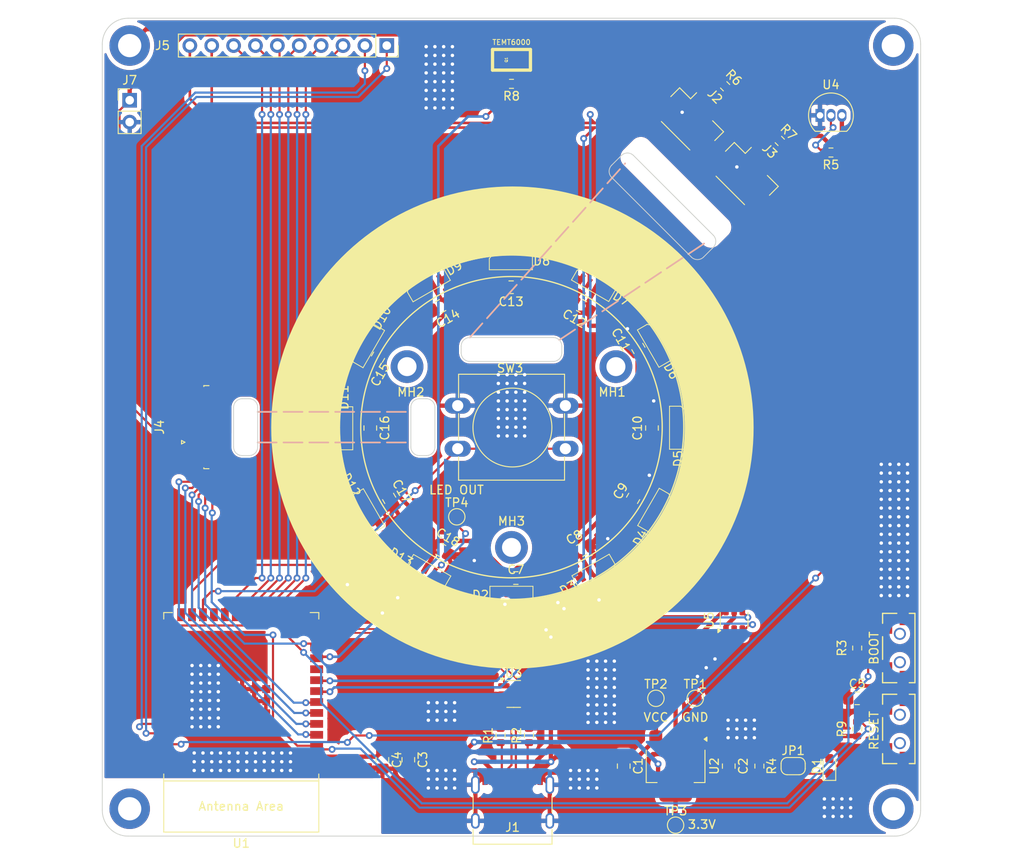
<source format=kicad_pcb>
(kicad_pcb (version 20240108) (generator "pcbnew") (generator_version "8.0")
  (layers (0 "F.Cu" signal) (31 "B.Cu" signal) (34 "B.Paste" user) (35 "F.Paste" user) (36 "B.SilkS" user "B.Silkscreen") (37 "F.SilkS" user "F.Silkscreen") (38 "B.Mask" user) (39 "F.Mask" user) (44 "Edge.Cuts" user))
  (net 0 "")
  (net 1 "GND")
  (net 2 "VCC")
  (net 3 "+3.3V")
  (net 4 "/RST")
  (net 5 "Net-(U1-IO0)")
  (net 6 "Net-(D1-K)")
  (net 7 "Net-(D1-A)")
  (net 8 "Net-(D2-DOUT)")
  (net 9 "Net-(D3-DOUT)")
  (net 10 "Net-(D4-DOUT)")
  (net 11 "Net-(D5-DOUT)")
  (net 12 "Net-(D6-DOUT)")
  (net 13 "Net-(J1-D+-PadA6)")
  (net 14 "Net-(J1-CC1)")
  (net 15 "Net-(J1-D--PadA7)")
  (net 16 "Net-(J1-CC2)")
  (net 17 "/GPIO_15")
  (net 18 "/GPIO_16")
  (net 19 "/GPIO_18")
  (net 21 "/GPIO_13")
  (net 22 "/GPIO_9")
  (net 23 "/GPIO_10")
  (net 24 "/GPIO_14")
  (net 25 "/GPIO_6")
  (net 26 "/GPIO_4")
  (net 27 "/GPIO_11")
  (net 28 "/GPIO_8")
  (net 30 "/GPIO_12")
  (net 31 "/GPIO_5")
  (net 36 "/GPIO_TX")
  (net 38 "/ESP_USB_D-")
  (net 40 "/GPIO_2")
  (net 41 "/GPIO_RX")
  (net 45 "Net-(D7-DOUT)")
  (net 46 "/GPIO_7")
  (net 47 "/GPIO_47")
  (net 48 "Net-(D8-DOUT)")
  (net 49 "Net-(D10-DIN)")
  (net 50 "/ESP_USB_D+")
  (net 51 "/GPIO_48")
  (net 52 "Net-(D2-DIN)")
  (net 53 "Net-(D10-DOUT)")
  (net 54 "Net-(D11-DOUT)")
  (net 55 "Net-(D12-DOUT)")
  (net 56 "Net-(D13-DOUT)")
  (footprint "MountingHole:MountingHole_2.2mm_M2_DIN965_Pad" (layer "F.Cu") (at 135.822356 91.268 90)
    (property "Reference" "MH1")
    (property "Value" "MountingHole_M2")
  )
  (footprint "MountingHole:MountingHole_2.7mm_M2.5_DIN965_Pad" (layer "F.Cu") (at 168.021 53.975)
    (property "Reference" "REF**" (hide yes))
    (property "Value" "MountingHole_2.7mm_M2.5_DIN965_Pad")
  )
  (footprint "Resistor_SMD:R_0603_1608Metric" (layer "F.Cu") (at 125.73 134.112 90)
    (property "Reference" "R2")
    (property "Value" "5.1k")
  )
  (footprint "Capacitor_SMD:C_0805_2012Metric_Pad1.18x1.45mm_HandSolder" (layer "F.Cu") (at 123.657338 82.047838 180)
    (property "Reference" "C13")
    (property "Value" "100nF")
  )
  (footprint "Button_Switch_THT:SW_PUSH-12mm" (layer "F.Cu") (at 117.456 95.8)
    (property "Reference" "SW3")
    (property "Value" "PRESS_PUSH")
  )
  (footprint "sk6812:SK6812-SIDE-A" (layer "F.Cu") (at 112.633571 113.956562 -30)
    (property "Reference" "D13")
    (property "Value" "SK6812SIDE-A")
  )
  (footprint "Capacitor_SMD:C_0805_2012Metric_Pad1.18x1.45mm_HandSolder" (layer "F.Cu") (at 115.482838 84.238189 -150)
    (property "Reference" "C14")
    (property "Value" "100nF")
  )
  (footprint "Capacitor_SMD:C_0805_2012Metric_Pad1.18x1.45mm_HandSolder" (layer "F.Cu") (at 107.308338 98.396838 -90)
    (property "Reference" "C16")
    (property "Value" "100nF")
  )
  (footprint "sk6812:SK6812-SIDE-A" (layer "F.Cu") (at 108.097614 87.373071 -120)
    (property "Reference" "D10")
    (property "Value" "SK6812SIDE-A")
  )
  (footprint "Connector_JST:JST_GH_SM03B-GHS-TB_1x03-1MP_P1.25mm_Horizontal" (layer "F.Cu") (at 150.908563 68.989375 -45)
    (property "Reference" "J3")
    (property "Value" "A3144")
  )
  (footprint "Jumper:SolderJumper-2_P1.3mm_Open_RoundedPad1.0x1.5mm" (layer "F.Cu") (at 156.397 137.668)
    (property "Reference" "JP1")
    (property "Value" "Power_Led_Jumper")
  )
  (footprint "Resistor_SMD:R_0603_1608Metric" (layer "F.Cu") (at 123.698 58.42 180)
    (property "Reference" "R8")
    (property "Value" "10k")
  )
  (footprint "MountingHole:MountingHole_2.7mm_M2.5_DIN965_Pad" (layer "F.Cu") (at 168.021 142.621)
    (property "Reference" "REF**" (hide yes))
    (property "Value" "MountingHole_2.7mm_M2.5_DIN965_Pad")
  )
  (footprint "LED_SMD:LED_0603_1608Metric_Pad1.05x0.95mm_HandSolder" (layer "F.Cu") (at 160.603 137.668 90)
    (property "Reference" "D1")
    (property "Value" "LED")
  )
  (footprint "Capacitor_SMD:C_0805_2012Metric_Pad1.18x1.45mm_HandSolder" (layer "F.Cu") (at 148.919 137.668 -90)
    (property "Reference" "C2")
    (property "Value" "22uF")
  )
  (footprint "TestPoint:TestPoint_Pad_D1.5mm" (layer "F.Cu") (at 140.462 129.794)
    (property "Reference" "TP2")
    (property "Value" "VCC Testpoint")
  )
  (footprint "Connector_JST:JST_GH_SM03B-GHS-TB_1x03-1MP_P1.25mm_Horizontal" (layer "F.Cu") (at 144.558563 62.639375 -45)
    (property "Reference" "J2")
    (property "Value" "A3144")
  )
  (footprint "Resistor_SMD:R_0603_1608Metric" (layer "F.Cu") (at 160.782 66.4 180)
    (property "Reference" "R5")
    (property "Value" "4.7k")
  )
  (footprint "Resistor_SMD:R_0603_1608Metric" (layer "F.Cu") (at 163.83 123.952 -90)
    (property "Reference" "R3")
    (property "Value" "10k")
  )
  (footprint "Capacitor_SMD:C_0805_2012Metric_Pad1.18x1.45mm_HandSolder" (layer "F.Cu") (at 108.712 136.9275 -90)
    (property "Reference" "C4")
    (property "Value" "10uF")
  )
  (footprint "temt6000:TEMT6000" (layer "F.Cu") (at 124.89815 55.626 90)
    (property "Reference" "Q1")
    (property "Value" "TEMT6000")
  )
  (footprint "SW_TL3330AF130QG_EWI:SW_TL3330AF130QG_EWI" (layer "F.Cu") (at 168.656 123.952 90)
    (property "Reference" "SW2" (hide yes))
    (property "Value" "BOOT")
  )
  (footprint "sk6812:SK6812-SIDE-A" (layer "F.Cu") (at 115.694105 81.070114 -150)
    (property "Reference" "D9")
    (property "Value" "SK6812SIDE-A")
  )
  (footprint "Capacitor_SMD:C_0805_2012Metric_Pad1.18x1.45mm_HandSolder" (layer "F.Cu") (at 131.831838 84.238189 150)
    (property "Reference" "C12")
    (property "Value" "100nF")
  )
  (footprint "Capacitor_SMD:C_0805_2012Metric_Pad1.18x1.45mm_HandSolder" (layer "F.Cu") (at 137.815987 106.571338 60)
    (property "Reference" "C9")
    (property "Value" "100nF")
  )
  (footprint "sk6812:SK6812-SIDE-A" (layer "F.Cu") (at 121.890338 117.383838)
    (property "Reference" "D2")
    (property "Value" "SK6812SIDE-A")
  )
  (footprint "Package_TO_SOT_SMD:SOT-223-3_TabPin2" (layer "F.Cu") (at 142.748 137.668 -90)
    (property "Reference" "U2")
    (property "Value" "AMS1117-3.3")
  )
  (footprint "Package_TO_SOT_THT:TO-92_Inline" (layer "F.Cu") (at 159.512 62.082)
    (property "Reference" "U4")
    (property "Value" "DS18B20")
  )
  (footprint "Package_TO_SOT_SMD:SOT-23-6" (layer "F.Cu") (at 123.952 129.286)
    (property "Reference" "U3")
    (property "Value" "USBLC6-2SC6")
  )
  (footprint "TestPoint:TestPoint_Pad_D1.5mm" (layer "F.Cu") (at 117.348 108.712)
    (property "Reference" "TP4")
    (property "Value" "LEDO Testpoint")
  )
  (footprint "sk6812:SK6812-SIDE-A" (layer "F.Cu") (at 131.620571 115.723562 30)
    (property "Reference" "D3")
    (property "Value" "SK6812SIDE-A")
  )
  (footprint "MountingHole:MountingHole_2.7mm_M2.5_DIN965_Pad" (layer "F.Cu") (at 79.375 53.975)
    (property "Reference" "REF**" (hide yes))
    (property "Value" "MountingHole_2.7mm_M2.5_DIN965_Pad")
  )
  (footprint "sk6812:SK6812-SIDE-A" (layer "F.Cu") (at 104.670338 96.629838 -90)
    (property "Reference" "D11")
    (property "Value" "SK6812SIDE-A")
  )
  (footprint "sk6812:SK6812-SIDE-A" (layer "F.Cu") (at 140.984062 90.433605 120)
    (property "Reference" "D6")
    (property "Value" "SK6812SIDE-A")
  )
  (footprint "Connector_USB:USB_C_Receptacle_G-Switch_GT-USB-7010ASV" (layer "F.Cu") (at 123.825 142.956)
    (property "Reference" "J1")
    (property "Value" "USB_C_Receptacle_USB2.0_14P")
  )
  (footprint "Capacitor_SMD:C_0805_2012Metric_Pad1.18x1.45mm_HandSolder" (layer "F.Cu") (at 131.831838 112.555487 30)
    (property "Reference" "C8")
    (property "Value" "100nF")
  )
  (footprint "sk6812:SK6812-SIDE-A" (layer "F.Cu") (at 139.217062 109.420605 60)
    (property "Reference" "D4")
    (property "Value" "SK6812SIDE-A")
  )
  (footprint "Capacitor_SMD:C_0805_2012Metric_Pad1.18x1.45mm_HandSolder" (layer "F.Cu") (at 124.206 115.824)
    (property "Reference" "C7")
    (property "Value" "100nF")
  )
  (footprint "Resistor_SMD:R_0603_1608Metric" (layer "F.Cu") (at 163.83 133.35 -90)
    (property "Reference" "R9")
    (property "Value" "10k")
  )
  (footprint "Capacitor_SMD:C_0805_2012Metric_Pad1.18x1.45mm_HandSolder" (layer "F.Cu") (at 140.006338 98.396838 90)
    (property "Reference" "C10")
    (property "Value" "100nF")
  )
  (footprint "Resistor_SMD:R_0603_1608Metric" (layer "F.Cu") (at 122.428 134.112 90)
    (property "Reference" "R1")
    (property "Value" "5.1k")
  )
  (footprint "MountingHole:MountingHole_2.2mm_M2_DIN965_Pad" (layer "F.Cu") (at 123.698 112.268 90)
    (property "Reference" "MH3")
    (property "Value" "MountingHole_M2")
  )
  (footprint "SW_TL3330AF130QG_EWI:SW_TL3330AF130QG_EWI" (layer "F.Cu") (at 168.656 133.35 90)
    (property "Reference" "SW1" (hide yes))
    (property "Value" "RESET")
  )
  (footprint "TestPoint:TestPoint_Pad_D1.5mm" (layer "F.Cu") (at 142.748 144.526)
    (property "Reference" "TP3")
    (property "Value" "3.3V Testpoint")
  )
  (footprint "Resistor_SMD:R_0603_1608Metric" (layer "F.Cu") (at 152.475 137.668 -90)
    (property "Reference" "R4")
    (property "Value" "5.1k")
  )
  (footprint "Capacitor_SMD:C_0805_2012Metric_Pad1.18x1.45mm_HandSolder" (layer "F.Cu") (at 115.482838 112.555487 -30)
    (property "Reference" "C18")
    (property "Value" "100nF")
  )
  (footprint "PCM_Espressif:ESP32-S3-WROOM-1" (layer "F.Cu") (at 92.329 129.584 180)
    (property "Reference" "U1")
    (property "Value" "ESP32-S3-WROOM-1")
  )
  (footprint "TestPoint:TestPoint_Pad_D1.5mm" (layer "F.Cu") (at 145.034 129.794)
    (property "Reference" "TP1")
    (property "Value" "GND Testpoint")
  )
  (footprint "Connector_PinSocket_2.54mm:PinSocket_1x10_P2.54mm_Vertical" (layer "F.Cu") (at 109.22 53.975 -90)
    (property "Reference" "J5")
    (property "Value" "Conn_01x10")
  )
  (footprint "Package_TO_SOT_SMD:SOT-23-6_Handsoldering" (layer "F.Cu") (at 149.545 120.73 90)
    (property "Reference" "U5")
    (property "Value" "SN74LVC1T45DBV")
  )
  (footprint "sk6812:SK6812-SIDE-A" (layer "F.Cu") (at 106.330614 106.360071 -60)
    (property "Reference" "D12")
    (property "Value" "SK6812SIDE-A")
  )
  (footprint "Resistor_SMD:R_0603_1608Metric" (layer "F.Cu") (at 154.845563 65.052375 -45)
    (property "Reference" "R7")
    (property "Value" "10k")
  )
  (footprint "Capacitor_SMD:C_0805_2012Metric_Pad1.18x1.45mm_HandSolder" (layer "F.Cu") (at 109.498689 106.571338 -60)
    (property "Reference" "C17")
    (property "Value" "100nF")
  )
  (footprint "Capacitor_SMD:C_0805_2012Metric_Pad1.18x1.45mm_HandSolder" (layer "F.Cu") (at 108.204 90.17 -120)
    (property "Reference" "C15")
    (property "Value" "100nF")
  )
  (footprint "Connector_FFC-FPC:TE_0-1734839-8_1x08-1MP_P0.5mm_Horizontal" (layer "F.Cu") (at 85.943 98.298 90)
    (property "Reference" "J4")
    (property "Value" "Conn_01x07")
  )
  (footprint "sk6812:SK6812-SIDE-A" (layer "F.Cu") (at 142.644338 100.163838 90)
    (property "Reference" "D5")
    (property "Value" "SK6812SIDE-A")
  )
  (footprint "Capacitor_SMD:C_0805_2012Metric_Pad1.18x1.45mm_HandSolder" (layer "F.Cu") (at 138.43 89.154 120)
    (property "Reference" "C11")
    (property "Value" "100nF")
  )
  (footprint "Capacitor_SMD:C_0805_2012Metric_Pad1.18x1.45mm_HandSolder" (layer "F.Cu") (at 111.722 136.9275 -90)
    (property "Reference" "C3")
    (property "Value" "100nF")
  )
  (footprint "Resistor_SMD:R_0603_1608Metric" (layer "F.Cu") (at 148.495563 58.702375 -45)
    (property "Reference" "R6")
    (property "Value" "10k")
  )
  (footprint "Connector_PinHeader_2.54mm:PinHeader_1x02_P2.54mm_Vertical" (layer "F.Cu") (at 79.375 60.325)
    (property "Reference" "J7")
    (property "Value" "Conn_01x02")
  )
  (footprint "Capacitor_SMD:C_0805_2012Metric_Pad1.18x1.45mm_HandSolder" (layer "F.Cu") (at 163.83 129.794)
    (property "Reference" "C5")
    (property "Value" "1uF")
  )
  (footprint "sk6812:SK6812-SIDE-A" (layer "F.Cu") (at 125.424338 79.409838 180)
    (property "Reference" "D8")
    (property "Value" "SK6812SIDE-A")
  )
  (footprint "sk6812:SK6812-SIDE-A" (layer "F.Cu") (at 134.681105 82.837114 150)
    (property "Reference" "D7")
    (property "Value" "SK6812SIDE-A")
  )
  (footprint "Capacitor_SMD:C_0805_2012Metric_Pad1.18x1.45mm_HandSolder" (layer "F.Cu") (at 136.727 137.668 -90)
    (property "Reference" "C1")
    (property "Value" "10uF")
  )
  (footprint "MountingHole:MountingHole_2.2mm_M2_DIN965_Pad" (layer "F.Cu") (at 111.573644 91.268 90)
    (property "Reference" "MH2")
    (property "Value" "MountingHole_M2")
  )
  (footprint "MountingHole:MountingHole_2.7mm_M2.5_DIN965_Pad" (layer "F.Cu") (at 79.375 142.621)
    (property "Reference" "REF**" (hide yes))
    (property "Value" "MountingHole_2.7mm_M2.5_DIN965_Pad")
  )
  (gr_line (start 129.247107 88.176893) (end 146.137456 76.918268) (stroke (width 0.2) (type dash)) (layer "B.SilkS"))
  (gr_line (start 118.856 87.884) (end 136.88367 67.664482) (stroke (width 0.2) (type dash)) (layer "B.SilkS"))
  (gr_line (start 94.234 100.076) (end 112.014 100.076) (stroke (width 0.2) (type dash)) (layer "B.SilkS"))
  (gr_line (start 94.234 96.52) (end 112.014 96.52) (stroke (width 0.2) (type dash)) (layer "B.SilkS"))
  (gr_circle (center 123.806 98.34) (end 147.806 98.34) (stroke (width 8)) (fill none) (layer "F.SilkS"))
  (gr_circle (center 123.696 98.3) (end 143.696 98.3) (stroke (width 0.15)) (fill none) (layer "F.SilkS"))
  (gr_circle (center 123.696 98.3) (end 141.196 98.3) (stroke (width 0.15)) (fill none) (layer "F.SilkS"))
  (gr_line (start 118.856 87.884) (end 128.54 87.884) (stroke (width 0.1)) (layer "Edge.Cuts"))
  (gr_arc (start 168.196 50.8) (mid 170.31732 51.67868) (end 171.196 53.8) (stroke (width 0.1)) (layer "Edge.Cuts"))
  (gr_line (start 144.580893 78.540893) (end 135.327107 69.287107) (stroke (width 0.1)) (layer "Edge.Cuts"))
  (gr_arc (start 79.196 145.8) (mid 77.07468 144.92132) (end 76.196 142.8) (stroke (width 0.1)) (layer "Edge.Cuts"))
  (gr_line (start 113.808 101.6) (end 113.014 101.6) (stroke (width 0.1)) (layer "Edge.Cuts"))
  (gr_line (start 137.867107 66.747107) (end 147.120893 76.000893) (stroke (width 0.1)) (layer "Edge.Cuts"))
  (gr_line (start 171.196 53.8) (end 171.196 142.8) (stroke (width 0.1)) (layer "Edge.Cuts"))
  (gr_line (start 91.44 100.6) (end 91.44 95.996) (stroke (width 0.1)) (layer "Edge.Cuts"))
  (gr_arc (start 94.234 100.6) (mid 93.941107 101.307107) (end 93.234 101.6) (stroke (width 0.1)) (layer "Edge.Cuts"))
  (gr_line (start 168.196 145.8) (end 79.196 145.8) (stroke (width 0.1)) (layer "Edge.Cuts"))
  (gr_line (start 129.539999 88.9) (end 129.54 89.662) (stroke (width 0.1)) (layer "Edge.Cuts"))
  (gr_arc (start 129.54 89.662) (mid 129.247107 90.369107) (end 128.54 90.662) (stroke (width 0.1)) (layer "Edge.Cuts"))
  (gr_line (start 117.856 89.662) (end 117.856 88.9) (stroke (width 0.1)) (layer "Edge.Cuts"))
  (gr_line (start 94.234 95.996) (end 94.234 100.6) (stroke (width 0.1)) (layer "Edge.Cuts"))
  (gr_line (start 92.44 94.996) (end 93.234 94.996) (stroke (width 0.1)) (layer "Edge.Cuts"))
  (gr_arc (start 92.44 101.6) (mid 91.732893 101.307107) (end 91.44 100.6) (stroke (width 0.1)) (layer "Edge.Cuts"))
  (gr_arc (start 128.54 87.884003) (mid 129.252785 88.182567) (end 129.539999 88.9) (stroke (width 0.1)) (layer "Edge.Cuts"))
  (gr_line (start 128.54 90.662) (end 118.856 90.662) (stroke (width 0.1)) (layer "Edge.Cuts"))
  (gr_arc (start 114.808 100.6) (mid 114.515107 101.307107) (end 113.808 101.6) (stroke (width 0.1)) (layer "Edge.Cuts"))
  (gr_arc (start 117.856001 88.9) (mid 118.147946 88.187259) (end 118.856002 87.884127) (stroke (width 0.1)) (layer "Edge.Cuts"))
  (gr_line (start 135.327107 67.872893) (end 136.452893 66.747107) (stroke (width 0.1)) (layer "Edge.Cuts"))
  (gr_line (start 113.014 94.996) (end 113.808 94.996) (stroke (width 0.1)) (layer "Edge.Cuts"))
  (gr_arc (start 91.44 95.996) (mid 91.732893 95.288893) (end 92.44 94.996) (stroke (width 0.1)) (layer "Edge.Cuts"))
  (gr_arc (start 118.856 90.662) (mid 118.148893 90.369107) (end 117.856 89.662) (stroke (width 0.1)) (layer "Edge.Cuts"))
  (gr_arc (start 112.014 95.996) (mid 112.306893 95.288893) (end 113.014 94.996) (stroke (width 0.1)) (layer "Edge.Cuts"))
  (gr_arc (start 147.120893 76.000893) (mid 147.41379 76.708) (end 147.120893 77.415107) (stroke (width 0.1)) (layer "Edge.Cuts"))
  (gr_line (start 114.808 95.996) (end 114.808 100.6) (stroke (width 0.1)) (layer "Edge.Cuts"))
  (gr_line (start 76.196 142.8) (end 76.196 53.8) (stroke (width 0.1)) (layer "Edge.Cuts"))
  (gr_arc (start 135.327107 69.287107) (mid 135.03421 68.58) (end 135.327107 67.872893) (stroke (width 0.1)) (layer "Edge.Cuts"))
  (gr_arc (start 136.452893 66.747107) (mid 137.16 66.454214) (end 137.867107 66.747107) (stroke (width 0.1)) (layer "Edge.Cuts"))
  (gr_line (start 112.014 100.6) (end 112.014 95.996) (stroke (width 0.1)) (layer "Edge.Cuts"))
  (gr_arc (start 171.196 142.8) (mid 170.31732 144.92132) (end 168.196 145.8) (stroke (width 0.1)) (layer "Edge.Cuts"))
  (gr_arc (start 113.808 94.996) (mid 114.515107 95.288893) (end 114.808 95.996) (stroke (width 0.1)) (layer "Edge.Cuts"))
  (gr_arc (start 76.196 53.8) (mid 77.07468 51.67868) (end 79.196 50.8) (stroke (width 0.1)) (layer "Edge.Cuts"))
  (gr_line (start 147.120893 77.415107) (end 145.995107 78.540893) (stroke (width 0.1)) (layer "Edge.Cuts"))
  (gr_arc (start 93.234 94.996) (mid 93.941107 95.288893) (end 94.234 95.996) (stroke (width 0.1)) (layer "Edge.Cuts"))
  (gr_arc (start 113.014 101.6) (mid 112.306893 101.307107) (end 112.014 100.6) (stroke (width 0.1)) (layer "Edge.Cuts"))
  (gr_line (start 93.234 101.6) (end 92.44 101.6) (stroke (width 0.1)) (layer "Edge.Cuts"))
  (gr_line (start 79.196 50.8) (end 168.196 50.8) (stroke (width 0.1)) (layer "Edge.Cuts"))
  (gr_arc (start 145.995107 78.540893) (mid 145.288 78.833786) (end 144.580893 78.540893) (stroke (width 0.1)) (layer "Edge.Cuts"))
  (gr_text "BOOT" (at 166.37 125.984 90) (layer "F.SilkS") (effects (font (size 1 1)) (justify left bottom)))
  (gr_text "VCC" (at 138.938 132.588 0) (layer "F.SilkS") (effects (font (size 1 1)) (justify left bottom)))
  (gr_text "RESET" (at 166.37 135.89 90) (layer "F.SilkS") (effects (font (size 1 1)) (justify left bottom)))
  (gr_text "3.3V" (at 145.796 145.034 0) (layer "F.SilkS") (effects (font (size 1 1)) (justify bottom)))
  (gr_text "LED OUT" (at 114.046 106.172 0) (layer "F.SilkS") (effects (font (size 1 1)) (justify left bottom)))
  (gr_text "GND" (at 145.034 132.588 0) (layer "F.SilkS") (effects (font (size 1 1)) (justify bottom)))
  (segment (start 81.28 52.07) (end 82.804 52.07) (width 0.5) (layer "F.Cu") (net 0))
  (segment (start 79.375 53.975) (end 81.28 52.07) (width 0.5) (layer "F.Cu") (net 0))
  (segment (start 122.8145 129.286) (end 118.11 129.286) (width 0.5) (layer "F.Cu") (net 1))
  (segment (start 120.105 139.231) (end 119.505 139.831) (width 0.5) (layer "F.Cu") (net 1))
  (segment (start 121.824338 79.409838) (end 121.824338 81.252338) (width 0.5) (layer "F.Cu") (net 1))
  (segment (start 108.712 137.965) (end 111.722 137.965) (width 0.5) (layer "F.Cu") (net 1))
  (segment (start 134.874 111.252) (end 133.515076 111.252) (width 0.5) (layer "F.Cu") (net 1))
  (segment (start 127.025 139.167) (end 127.762 138.43) (width 0.5) (layer "F.Cu") (net 1))
  (segment (start 138.244477 88.255499) (end 139.184062 87.315914) (width 0.5) (layer "F.Cu") (net 1))
  (segment (start 117.094 144.526) (end 117.094 144.78) (width 0.5) (layer "F.Cu") (net 1))
  (segment (start 128.145 144.031) (end 130.035 144.031) (width 0.5) (layer "F.Cu") (net 1))
  (segment (start 116.381339 113.074237) (end 118.662237 113.074237) (width 0.5) (layer "F.Cu") (net 1))
  (segment (start 133.858 123.698) (end 133.858 125.222) (width 0.5) (layer "F.Cu") (net 1))
  (segment (start 119.57 138.176) (end 117.094 138.176) (width 0.5) (layer "F.Cu") (net 1))
  (segment (start 116.672513 114.160911) (end 116.38134 113.074238) (width 0.5) (layer "F.Cu") (net 1))
  (segment (start 127.545 139.231) (end 128.145 139.831) (width 0.5) (layer "F.Cu") (net 1))
  (segment (start 113.835 137.965) (end 114.046 138.176) (width 0.5) (layer "F.Cu") (net 1))
  (segment (start 111.722 137.965) (end 113.835 137.965) (width 0.5) (layer "F.Cu") (net 1))
  (segment (start 119.505 144.031) (end 117.081 144.031) (width 0.5) (layer "F.Cu") (net 1))
  (segment (start 139.421411 105.381663) (end 138.334738 105.672836) (width 0.5) (layer "F.Cu") (net 1))
  (segment (start 145.475938 61.722) (end 143.51 61.722) (width 0.5) (layer "F.Cu") (net 1))
  (segment (start 119.505 139.831) (end 117.471 139.831) (width 0.5) (layer "F.Cu") (net 1))
  (segment (start 116.078 138.176) (end 117.094 138.176) (width 0.5) (layer "F.Cu") (net 1))
  (segment (start 130.642163 82.632765) (end 130.933336 83.719438) (width 0.5) (layer "F.Cu") (net 1))
  (segment (start 112.576413 82.870114) (end 113.497663 84.465766) (width 0.5) (layer "F.Cu") (net 1))
  (segment (start 152.216711 67.681227) (end 151.825938 68.072) (width 0.5) (layer "F.Cu") (net 1))
  (segment (start 131.563413 81.037114) (end 130.642163 82.632766) (width 0.5) (layer "F.Cu") (net 1))
  (segment (start 137.91125 88.255499) (end 138.244477 88.255499) (width 0.5) (layer "F.Cu") (net 1))
  (segment (start 120.625 139.231) (end 120.105 139.231) (width 0.5) (layer "F.Cu") (net 1))
  (segment (start 118.662237 113.074237) (end 119.38 113.792) (width 0.5) (layer "F.Cu") (net 1))
  (segment (start 113.497663 84.465765) (end 114.584336 84.756938) (width 0.5) (layer "F.Cu") (net 1))
  (segment (start 145.034 129.794) (end 145.034 127.508) (width 0.5) (layer "F.Cu") (net 1))
  (segment (start 114.046 138.176) (end 115.062 138.176) (width 0.5) (layer "F.Cu") (net 1))
  (segment (start 137.91125 87.61925) (end 137.16 86.868) (width 0.5) (layer "F.Cu") (net 1))
  (segment (start 142.644338 96.563838) (end 140.801838 96.563838) (width 0.5) (layer "F.Cu") (net 1))
  (segment (start 145.034 127.508) (end 145.288 127.254) (width 0.5) (layer "F.Cu") (net 1))
  (segment (start 106.512838 100.229838) (end 107.308338 99.434338) (width 0.5) (layer "F.Cu") (net 1))
  (segment (start 107.107511 90.490762) (end 107.68525 91.068501) (width 0.5) (layer "F.Cu") (net 1))
  (segment (start 117.081 144.031) (end 116.84 144.272) (width 0.5) (layer "F.Cu") (net 1))
  (segment (start 127.762 138.43) (end 129.54 138.43) (width 0.5) (layer "F.Cu") (net 1))
  (segment (start 125.490338 116.070838) (end 125.2435 115.824) (width 0.5) (layer "F.Cu") (net 1))
  (segment (start 106.297614 90.490762) (end 107.107511 90.490762) (width 0.5) (layer "F.Cu") (net 1))
  (segment (start 133.858 123.698) (end 135.636 125.476) (width 0.5) (layer "F.Cu") (net 1))
  (segment (start 117.471 139.831) (end 117.094 140.208) (width 0.5) (layer "F.Cu") (net 1))
  (segment (start 115.751263 115.756562) (end 116.672513 114.16091) (width 0.5) (layer "F.Cu") (net 1))
  (segment (start 101.079 137.844) (end 108.591 137.844) (width 0.5) (layer "F.Cu") (net 1))
  (segment (start 139.7 103.886) (end 139.7 104.307574) (width 0.5) (layer "F.Cu") (net 1))
  (segment (start 120.625 139.231) (end 119.57 138.176) (width 0.5) (layer "F.Cu") (net 1))
  (segment (start 116.84 144.272) (end 117.094 144.526) (width 0.5) (layer "F.Cu") (net 1))
  (segment (start 134.738263 113.923562) (end 133.817013 112.32791) (width 0.5) (layer "F.Cu") (net 1))
  (segment (start 145.048 134.518) (end 148.692 134.518) (width 0.5) (layer "F.Cu") (net 1))
  (segment (start 127.025 139.231) (end 127.545 139.231) (width 0.5) (layer "F.Cu") (net 1))
  (segment (start 140.208 97.157676) (end 140.006338 97.359338) (width 0.5) (layer "F.Cu") (net 1))
  (segment (start 140.801838 96.563838) (end 140.006338 97.359338) (width 0.5) (layer "F.Cu") (net 1))
  (segment (start 125.490338 117.383838) (end 125.490338 116.070838) (width 0.5) (layer "F.Cu") (net 1))
  (segment (start 149.545 125.283) (end 145.034 129.794) (width 0.5) (layer "F.Cu") (net 1))
  (segment (start 139.7 104.307574) (end 138.334737 105.672837) (width 0.5) (layer "F.Cu") (net 1))
  (segment (start 133.858 118.364) (end 133.858 123.698) (width 0.5) (layer "F.Cu") (net 1))
  (segment (start 130.035 144.031) (end 130.302 143.764) (width 0.5) (layer "F.Cu") (net 1))
  (segment (start 149.545 122.08) (end 149.545 125.283) (width 0.5) (layer "F.Cu") (net 1))
  (segment (start 137.91125 88.255499) (end 137.91125 87.61925) (width 0.5) (layer "F.Cu") (net 1))
  (segment (start 121.824338 81.252338) (end 122.619838 82.047838) (width 0.5) (layer "F.Cu") (net 1))
  (segment (start 108.591 137.844) (end 108.712 137.965) (width 0.5) (layer "F.Cu") (net 1))
  (segment (start 145.866711 61.331227) (end 145.475938 61.722) (width 0.5) (layer "F.Cu") (net 1))
  (segment (start 108.130614 109.477763) (end 109.726266 108.556513) (width 0.5) (layer "F.Cu") (net 1))
  (segment (start 109.726265 108.556513) (end 110.017438 107.46984) (width 0.5) (layer "F.Cu") (net 1))
  (segment (start 127.025 139.231) (end 127.025 139.167) (width 0.5) (layer "F.Cu") (net 1))
  (segment (start 118.11 129.286) (end 117.094 130.302) (width 0.5) (layer "F.Cu") (net 1))
  (segment (start 141.017062 106.302913) (end 139.42141 105.381663) (width 0.5) (layer "F.Cu") (net 1))
  (segment (start 133.858 125.222) (end 133.604 125.476) (width 0.5) (layer "F.Cu") (net 1))
  (segment (start 114.046 138.176) (end 116.078 138.176) (width 0.5) (layer "F.Cu") (net 1))
  (segment (start 140.208 95.25) (end 140.208 97.157676) (width 0.5) (layer "F.Cu") (net 1))
  (segment (start 133.817013 112.327911) (end 132.73034 112.036738) (width 0.5) (layer "F.Cu") (net 1))
  (segment (start 130.179 139.831) (end 130.556 140.208) (width 0.5) (layer "F.Cu") (net 1))
  (segment (start 133.515076 111.252) (end 132.730339 112.036737) (width 0.5) (layer "F.Cu") (net 1))
  (segment (start 151.825938 68.072) (end 149.86 68.072) (width 0.5) (layer "F.Cu") (net 1))
  (segment (start 104.670338 100.229838) (end 106.512838 100.229838) (width 0.5) (layer "F.Cu") (net 1))
  (segment (start 128.145 139.831) (end 130.179 139.831) (width 0.5) (layer "F.Cu") (net 1))
  (segment (start 148.692 134.518) (end 148.844 134.366) (width 0.5) (layer "F.Cu") (net 1))
  (via (at 89.662 132.08) (size 0.8) (drill 0.4) (layers "F.Cu" "B.Cu") (net 1))
  (via (at 135.636 126.492) (size 0.8) (drill 0.4) (layers "F.Cu" "B.Cu") (net 1))
  (via (at 124.206 96.266) (size 0.8) (drill 0.4) (layers "F.Cu" "B.Cu") (net 1))
  (via (at 124.206 97.282) (size 0.8) (drill 0.4) (layers "F.Cu" "B.Cu") (net 1))
  (via (at 166.624 116.84) (size 0.8) (drill 0.4) (layers "F.Cu" "B.Cu") (net 1))
  (via (at 167.64 115.824) (size 0.8) (drill 0.4) (layers "F.Cu" "B.Cu") (net 1))
  (via (at 168.656 107.696) (size 0.8) (drill 0.4) (layers "F.Cu" "B.Cu") (net 1))
  (via (at 135.636 132.588) (size 0.8) (drill 0.4) (layers "F.Cu" "B.Cu") (net 1))
  (via (at 116.84 57.15) (size 0.8) (drill 0.4) (layers "F.Cu" "B.Cu") (net 1))
  (via (at 115.824 57.15) (size 0.8) (drill 0.4) (layers "F.Cu" "B.Cu") (net 1))
  (via (at 151.892 132.334) (size 0.8) (drill 0.4) (layers "F.Cu" "B.Cu") (net 1))
  (via (at 88.646 130.048) (size 0.8) (drill 0.4) (layers "F.Cu" "B.Cu") (net 1))
  (via (at 86.614 128.016) (size 0.8) (drill 0.4) (layers "F.Cu" "B.Cu") (net 1))
  (via (at 113.792 58.166) (size 0.8) (drill 0.4) (layers "F.Cu" "B.Cu") (net 1))
  (via (at 113.792 56.134) (size 0.8) (drill 0.4) (layers "F.Cu" "B.Cu") (net 1))
  (via (at 114.046 130.302) (size 0.8) (drill 0.4) (layers "F.Cu" "B.Cu") (net 1))
  (via (at 114.808 55.118) (size 0.8) (drill 0.4) (layers "F.Cu" "B.Cu") (net 1))
  (via (at 123.19 92.202) (size 0.8) (drill 0.4) (layers "F.Cu" "B.Cu") (net 1))
  (via (at 169.672 116.84) (size 0.8) (drill 0.4) (layers "F.Cu" "B.Cu") (net 1))
  (via (at 86.614 127) (size 0.8) (drill 0.4) (layers "F.Cu" "B.Cu") (net 1))
  (via (at 135.636 125.476) (size 0.8) (drill 0.4) (layers "F.Cu" "B.Cu") (net 1))
  (via (at 169.672 112.776) (size 0.8) (drill 0.4) (layers "F.Cu" "B.Cu") (net 1))
  (via (at 134.62 127.508) (size 0.8) (drill 0.4) (layers "F.Cu" "B.Cu") (net 1))
  (via (at 166.624 102.616) (size 0.8) (drill 0.4) (layers "F.Cu" "B.Cu") (net 1))
  (via (at 116.84 55.118) (size 0.8) (drill 0.4) (layers "F.Cu" "B.Cu") (net 1))
  (via (at 113.792 61.214) (size 0.8) (drill 0.4) (layers "F.Cu" "B.Cu") (net 1))
  (via (at 135.636 131.572) (size 0.8) (drill 0.4) (layers "F.Cu" "B.Cu") (net 1))
  (via (at 123.19 95.25) (size 0.8) (drill 0.4) (layers "F.Cu" "B.Cu") (net 1))
  (via (at 124.206 92.202) (size 0.8) (drill 0.4) (layers "F.Cu" "B.Cu") (net 1))
  (via (at 162.052 143.51) (size 0.8) (drill 0.4) (layers "F.Cu" "B.Cu") (net 1))
  (via (at 167.64 109.728) (size 0.8) (drill 0.4) (layers "F.Cu" "B.Cu") (net 1))
  (via (at 148.844 133.35) (size 0.8) (drill 0.4) (layers "F.Cu" "B.Cu") (net 1))
  (via (at 132.588 129.54) (size 0.8) (drill 0.4) (layers "F.Cu" "B.Cu") (net 1))
  (via (at 132.588 140.208) (size 0.8) (drill 0.4) (layers "F.Cu" "B.Cu") (net 1))
  (via (at 115.824 54.102) (size 0.8) (drill 0.4) (layers "F.Cu" "B.Cu") (net 1))
  (via (at 88.646 128.016) (size 0.8) (drill 0.4) (layers "F.Cu" "B.Cu") (net 1))
  (via (at 115.824 59.182) (size 0.8) (drill 0.4) (layers "F.Cu" "B.Cu") (net 1))
  (via (at 86.868 137.16) (size 0.8) (drill 0.4) (layers "F.Cu" "B.Cu") (net 1))
  (via (at 133.604 127.508) (size 0.8) (drill 0.4) (layers "F.Cu" "B.Cu") (net 1))
  (via (at 87.63 133.096) (size 0.8) (drill 0.4) (layers "F.Cu" "B.Cu") (net 1))
  (via (at 123.19 93.218) (size 0.8) (drill 0.4) (layers "F.Cu" "B.Cu") (net 1))
  (via (at 113.792 60.198) (size 0.8) (drill 0.4) (layers "F.Cu" "B.Cu") (net 1))
  (via (at 89.662 130.048) (size 0.8) (drill 0.4) (layers "F.Cu" "B.Cu") (net 1))
  (via (at 114.808 60.198) (size 0.8) (drill 0.4) (layers "F.Cu" "B.Cu") (net 1))
  (via (at 166.624 115.824) (size 0.8) (drill 0.4) (layers "F.Cu" "B.Cu") (net 1))
  (via (at 168.656 104.648) (size 0.8) (drill 0.4) (layers "F.Cu" "B.Cu") (net 1))
  (via (at 89.662 125.984) (size 0.8) (drill 0.4) (layers "F.Cu" "B.Cu") (net 1))
  (via (at 168.656 112.776) (size 0.8) (drill 0.4) (layers "F.Cu" "B.Cu") (net 1))
  (via (at 132.588 130.556) (size 0.8) (drill 0.4) (layers "F.Cu" "B.Cu") (net 1))
  (via (at 116.84 60.198) (size 0.8) (drill 0.4) (layers "F.Cu" "B.Cu") (net 1))
  (via (at 125.222 95.25) (size 0.8) (drill 0.4) (layers "F.Cu" "B.Cu") (net 1))
  (via (at 163.068 143.51) (size 0.8) (drill 0.4) (layers "F.Cu" "B.Cu") (net 1))
  (via (at 87.63 131.064) (size 0.8) (drill 0.4) (layers "F.Cu" "B.Cu") (net 1))
  (via (at 133.604 129.54) (size 0.8) (drill 0.4) (layers "F.Cu" "B.Cu") (net 1))
  (via (at 131.572 138.176) (size 0.8) (drill 0.4) (layers "F.Cu" "B.Cu") (net 1))
  (via (at 86.614 125.984) (size 0.8) (drill 0.4) (layers "F.Cu" "B.Cu") (net 1))
  (via (at 150.876 132.334) (size 0.8) (drill 0.4) (layers "F.Cu" "B.Cu") (net 1))
  (via (at 150.876 133.35) (size 0.8) (drill 0.4) (layers "F.Cu" "B.Cu") (net 1))
  (via (at 116.078 130.302) (size 0.8) (drill 0.4) (layers "F.Cu" "B.Cu") (net 1))
  (via (at 114.808 58.166) (size 0.8) (drill 0.4) (layers "F.Cu" "B.Cu") (net 1))
  (via (at 86.614 132.08) (size 0.8) (drill 0.4) (layers "F.Cu" "B.Cu") (net 1))
  (via (at 168.656 116.84) (size 0.8) (drill 0.4) (layers "F.Cu" "B.Cu") (net 1))
  (via (at 132.588 139.192) (size 0.8) (drill 0.4) (layers "F.Cu" "B.Cu") (net 1))
  (via (at 167.64 116.84) (size 0.8) (drill 0.4) (layers "F.Cu" "B.Cu") (net 1))
  (via (at 89.662 128.016) (size 0.8) (drill 0.4) (layers "F.Cu" "B.Cu") (net 1))
  (via (at 133.858 118.364) (size 0.8) (drill 0.4) (layers "F.Cu" "B.Cu") (net 1))
  (via (at 125.222 98.298) (size 0.8) (drill 0.4) (layers "F.Cu" "B.Cu") (net 1))
  (via (at 130.556 140.208) (size 0.8) (drill 0.4) (layers "F.Cu" "B.Cu") (net 1))
  (via (at 134.874 111.252) (size 0.8) (drill 0.4) (layers "F.Cu" "B.Cu") (net 1))
  (via (at 168.656 106.68) (size 0.8) (drill 0.4) (layers "F.Cu" "B.Cu") (net 1))
  (via (at 131.572 140.208) (size 0.8) (drill 0.4) (layers "F.Cu" "B.Cu") (net 1))
  (via (at 96.012 137.16) (size 0.8) (drill 0.4) (layers "F.Cu" "B.Cu") (net 1))
  (via (at 168.656 110.744) (size 0.8) (drill 0.4) (layers "F.Cu" "B.Cu") (net 1))
  (via (at 167.64 117.856) (size 0.8) (drill 0.4) (layers "F.Cu" "B.Cu") (net 1))
  (via (at 88.9 136.144) (size 0.8) (drill 0.4) (layers "F.Cu" "B.Cu") (net 1))
  (via (at 162.052 141.478) (size 0.8) (drill 0.4) (layers "F.Cu" "B.Cu") (net 1))
  (via (at 133.604 138.176) (size 0.8) (drill 0.4) (layers "F.Cu" "B.Cu") (net 1))
  (via (at 130.556 139.192) (size 0.8) (drill 0.4) (layers "F.Cu" "B.Cu") (net 1))
  (via (at 90.932 138.176) (size 0.8) (drill 0.4) (layers "F.Cu" "B.Cu") (net 1))
  (via (at 168.656 108.712) (size 0.8) (drill 0.4) (layers "F.Cu" "B.Cu") (net 1))
  (via (at 87.884 136.144) (size 0.8) (drill 0.4) (layers "F.Cu" "B.Cu") (net 1))
  (via (at 87.63 127) (size 0.8) (drill 0.4) (layers "F.Cu" "B.Cu") (net 1))
  (via (at 91.948 137.16) (size 0.8) (drill 0.4) (layers "F.Cu" "B.Cu") (net 1))
  (via (at 114.808 54.102) (size 0.8) (drill 0.4) (layers "F.Cu" "B.Cu") (net 1))
  (via (at 167.64 108.712) (size 0.8) (drill 0.4) (layers "F.Cu" "B.Cu") (net 1))
  (via (at 88.9 138.176) (size 0.8) (drill 0.4) (layers "F.Cu" "B.Cu") (net 1))
  (via (at 124.206 94.234) (size 0.8) (drill 0.4) (layers "F.Cu" "B.Cu") (net 1))
  (via (at 89.662 131.064) (size 0.8) (drill 0.4) (layers "F.Cu" "B.Cu") (net 1))
  (via (at 169.672 105.664) (size 0.8) (drill 0.4) (layers "F.Cu" "B.Cu") (net 1))
  (via (at 123.19 99.314) (size 0.8) (drill 0.4) (layers "F.Cu" "B.Cu") (net 1))
  (via (at 97.028 137.16) (size 0.8) (drill 0.4) (layers "F.Cu" "B.Cu") (net 1))
  (via (at 86.614 130.048) (size 0.8) (drill 0.4) (layers "F.Cu" "B.Cu") (net 1))
  (via (at 169.672 106.68) (size 0.8) (drill 0.4) (layers "F.Cu" "B.Cu") (net 1))
  (via (at 122.174 96.266) (size 0.8) (drill 0.4) (layers "F.Cu" "B.Cu") (net 1))
  (via (at 134.62 128.524) (size 0.8) (drill 0.4) (layers "F.Cu" "B.Cu") (net 1))
  (via (at 133.604 130.556) (size 0.8) (drill 0.4) (layers "F.Cu" "B.Cu") (net 1))
  (via (at 166.624 108.712) (size 0.8) (drill 0.4) (layers "F.Cu" "B.Cu") (net 1))
  (via (at 116.078 131.318) (size 0.8) (drill 0.4) (layers "F.Cu" "B.Cu") (net 1))
  (via (at 143.51 61.722) (size 0.8) (drill 0.4) (layers "F.Cu" "B.Cu") (net 1))
  (via (at 166.624 111.76) (size 0.8) (drill 0.4) (layers "F.Cu" "B.Cu") (net 1))
  (via (at 88.646 132.08) (size 0.8) (drill 0.4) (layers "F.Cu" "B.Cu") (net 1))
  (via (at 88.646 127) (size 0.8) (drill 0.4) (layers "F.Cu" "B.Cu") (net 1))
  (via (at 134.62 125.476) (size 0.8) (drill 0.4) (layers "F.Cu" "B.Cu") (net 1))
  (via (at 115.062 139.192) (size 0.8) (drill 0.4) (layers "F.Cu" "B.Cu") (net 1))
  (via (at 134.62 132.588) (size 0.8) (drill 0.4) (layers "F.Cu" "B.Cu") (net 1))
  (via (at 167.64 114.808) (size 0.8) (drill 0.4) (layers "F.Cu" "B.Cu") (net 1))
  (via (at 88.646 133.096) (size 0.8) (drill 0.4) (layers "F.Cu" "B.Cu") (net 1))
  (via (at 91.948 136.144) (size 0.8) (drill 0.4) (layers "F.Cu" "B.Cu") (net 1))
  (via (at 122.174 98.298) (size 0.8) (drill 0.4) (layers "F.Cu" "B.Cu") (net 1))
  (via (at 117.094 132.334) (size 0.8) (drill 0.4) (layers "F.Cu" "B.Cu") (net 1))
  (via (at 166.624 103.632) (size 0.8) (drill 0.4) (layers "F.Cu" "B.Cu") (net 1))
  (via (at 117.094 138.176) (size 0.8) (drill 0.4) (layers "F.Cu" "B.Cu") (net 1))
  (via (at 86.868 136.144) (size 0.8) (drill 0.4) (layers "F.Cu" "B.Cu") (net 1))
  (via (at 90.932 136.144) (size 0.8) (drill 0.4) (layers "F.Cu" "B.Cu") (net 1))
  (via (at 162.052 142.494) (size 0.8) (drill 0.4) (layers "F.Cu" "B.Cu") (net 1))
  (via (at 163.068 141.478) (size 0.8) (drill 0.4) (layers "F.Cu" "B.Cu") (net 1))
  (via (at 86.614 133.096) (size 0.8) (drill 0.4) (layers "F.Cu" "B.Cu") (net 1))
  (via (at 151.892 133.35) (size 0.8) (drill 0.4) (layers "F.Cu" "B.Cu") (net 1))
  (via (at 89.916 138.176) (size 0.8) (drill 0.4) (layers "F.Cu" "B.Cu") (net 1))
  (via (at 92.964 136.144) (size 0.8) (drill 0.4) (layers "F.Cu" "B.Cu") (net 1))
  (via (at 123.19 98.298) (size 0.8) (drill 0.4) (layers "F.Cu" "B.Cu") (net 1))
  (via (at 132.588 125.476) (size 0.8) (drill 0.4) (layers "F.Cu" "B.Cu") (net 1))
  (via (at 134.62 130.556) (size 0.8) (drill 0.4) (layers "F.Cu" "B.Cu") (net 1))
  (via (at 115.824 58.166) (size 0.8) (drill 0.4) (layers "F.Cu" "B.Cu") (net 1))
  (via (at 86.868 138.176) (size 0.8) (drill 0.4) (layers "F.Cu" "B.Cu") (net 1))
  (via (at 132.588 131.572) (size 0.8) (drill 0.4) (layers "F.Cu" "B.Cu") (net 1))
  (via (at 135.636 129.54) (size 0.8) (drill 0.4) (layers "F.Cu" "B.Cu") (net 1))
  (via (at 161.036 142.494) (size 0.8) (drill 0.4) (layers "F.Cu" "B.Cu") (net 1))
  (via (at 122.174 92.202) (size 0.8) (drill 0.4) (layers "F.Cu" "B.Cu") (net 1))
  (via (at 168.656 117.856) (size 0.8) (drill 0.4) (layers "F.Cu" "B.Cu") (net 1))
  (via (at 87.63 125.984) (size 0.8) (drill 0.4) (layers "F.Cu" "B.Cu") (net 1))
  (via (at 115.062 140.208) (size 0.8) (drill 0.4) (layers "F.Cu" "B.Cu") (net 1))
  (via (at 167.64 110.744) (size 0.8) (drill 0.4) (layers "F.Cu" "B.Cu") (net 1))
  (via (at 166.624 107.696) (size 0.8) (drill 0.4) (layers "F.Cu" "B.Cu") (net 1))
  (via (at 166.624 104.648) (size 0.8) (drill 0.4) (layers "F.Cu" "B.Cu") (net 1))
  (via (at 119.38 113.792) (size 0.8) (drill 0.4) (layers "F.Cu" "B.Cu") (net 1))
  (via (at 98.044 138.176) (size 0.8) (drill 0.4) (layers "F.Cu" "B.Cu") (net 1))
  (via (at 114.046 131.318) (size 0.8) (drill 0.4) (layers "F.Cu" "B.Cu") (net 1))
  (via (at 89.916 136.144) (size 0.8) (drill 0.4) (layers "F.Cu" "B.Cu") (net 1))
  (via (at 149.86 132.334) (size 0.8) (drill 0.4) (layers "F.Cu" "B.Cu") (net 1))
  (via (at 163.068 142.494) (size 0.8) (drill 0.4) (layers "F.Cu" "B.Cu") (net 1))
  (via (at 93.98 136.144) (size 0.8) (drill 0.4) (layers "F.Cu" "B.Cu") (net 1))
  (via (at 160.02 141.478) (size 0.8) (drill 0.4) (layers "F.Cu" "B.Cu") (net 1))
  (via (at 146.304 126.238) (size 0.8) (drill 0.4) (layers "F.Cu" "B.Cu") (net 1))
  (via (at 115.062 138.176) (size 0.8) (drill 0.4) (layers "F.Cu" "B.Cu") (net 1))
  (via (at 96.012 138.176) (size 0.8) (drill 0.4) (layers "F.Cu" "B.Cu") (net 1))
  (via (at 116.078 138.176) (size 0.8) (drill 0.4) (layers "F.Cu" "B.Cu") (net 1))
  (via (at 117.094 130.302) (size 0.8) (drill 0.4) (layers "F.Cu" "B.Cu") (net 1))
  (via (at 113.792 57.15) (size 0.8) (drill 0.4) (layers "F.Cu" "B.Cu") (net 1))
  (via (at 169.672 102.616) (size 0.8) (drill 0.4) (layers "F.Cu" "B.Cu") (net 1))
  (via (at 86.614 131.064) (size 0.8) (drill 0.4) (layers "F.Cu" "B.Cu") (net 1))
  (via (at 148.844 132.334) (size 0.8) (drill 0.4) (layers "F.Cu" "B.Cu") (net 1))
  (via (at 87.63 132.08) (size 0.8) (drill 0.4) (layers "F.Cu" "B.Cu") (net 1))
  (via (at 131.572 139.192) (size 0.8) (drill 0.4) (layers "F.Cu" "B.Cu") (net 1))
  (via (at 139.7 103.886) (size 0.8) (drill 0.4) (layers "F.Cu" "B.Cu") (net 1))
  (via (at 124.206 98.298) (size 0.8) (drill 0.4) (layers "F.Cu" "B.Cu") (net 1))
  (via (at 87.63 128.016) (size 0.8) (drill 0.4) (layers "F.Cu" "B.Cu") (net 1))
  (via (at 117.094 140.208) (size 0.8) (drill 0.4) (layers "F.Cu" "B.Cu") (net 1))
  (via (at 122.174 97.282) (size 0.8) (drill 0.4) (layers "F.Cu" "B.Cu") (net 1))
  (via (at 132.588 126.492) (size 0.8) (drill 0.4) (layers "F.Cu" "B.Cu") (net 1))
  (via (at 135.636 128.524) (size 0.8) (drill 0.4) (layers "F.Cu" "B.Cu") (net 1))
  (via (at 167.64 103.632) (size 0.8) (drill 0.4) (layers "F.Cu" "B.Cu") (net 1))
  (via (at 116.84 59.182) (size 0.8) (drill 0.4) (layers "F.Cu" "B.Cu") (net 1))
  (via (at 87.884 138.176) (size 0.8) (drill 0.4) (layers "F.Cu" "B.Cu") (net 1))
  (via (at 160.02 142.494) (size 0.8) (drill 0.4) (layers "F.Cu" "B.Cu") (net 1))
  (via (at 115.062 131.318) (size 0.8) (drill 0.4) (layers "F.Cu" "B.Cu") (net 1))
  (via (at 94.996 137.16) (size 0.8) (drill 0.4) (layers "F.Cu" "B.Cu") (net 1))
  (via (at 133.604 140.208) (size 0.8) (drill 0.4) (layers "F.Cu" "B.Cu") (net 1))
  (via (at 125.222 96.266) (size 0.8) (drill 0.4) (layers "F.Cu" "B.Cu") (net 1))
  (via (at 167.64 104.648) (size 0.8) (drill 0.4) (layers "F.Cu" "B.Cu") (net 1))
  (via (at 97.028 138.176) (size 0.8) (drill 0.4) (layers "F.Cu" "B.Cu") (net 1))
  (via (at 122.174 93.218) (size 0.8) (drill 0.4) (layers "F.Cu" "B.Cu") (net 1))
  (via (at 134.62 126.492) (size 0.8) (drill 0.4) (layers "F.Cu" "B.Cu") (net 1))
  (via (at 132.588 128.524) (size 0.8) (drill 0.4) (layers "F.Cu" "B.Cu") (net 1))
  (via (at 168.656 103.632) (size 0.8) (drill 0.4) (layers "F.Cu" "B.Cu") (net 1))
  (via (at 115.062 132.334) (size 0.8) (drill 0.4) (layers "F.Cu" "B.Cu") (net 1))
  (via (at 124.206 99.314) (size 0.8) (drill 0.4) (layers "F.Cu" "B.Cu") (net 1))
  (via (at 125.222 99.314) (size 0.8) (drill 0.4) (layers "F.Cu" "B.Cu") (net 1))
  (via (at 140.208 95.25) (size 0.8) (drill 0.4) (layers "F.Cu" "B.Cu") (net 1))
  (via (at 166.624 112.776) (size 0.8) (drill 0.4) (layers "F.Cu" "B.Cu") (net 1))
  (via (at 137.16 86.868) (size 0.8) (drill 0.4) (layers "F.Cu" "B.Cu") (net 1))
  (via (at 169.672 113.792) (size 0.8) (drill 0.4) (layers "F.Cu" "B.Cu") (net 1))
  (via (at 130.556 138.176) (size 0.8) (drill 0.4) (layers "F.Cu" "B.Cu") (net 1))
  (via (at 114.046 140.208) (size 0.8) (drill 0.4) (layers "F.Cu" "B.Cu") (net 1))
  (via (at 115.824 60.198) (size 0.8) (drill 0.4) (layers "F.Cu" "B.Cu") (net 1))
  (via (at 115.824 56.134) (size 0.8) (drill 0.4) (layers "F.Cu" "B.Cu") (net 1))
  (via (at 167.64 107.696) (size 0.8) (drill 0.4) (layers "F.Cu" "B.Cu") (net 1))
  (via (at 116.84 61.214) (size 0.8) (drill 0.4) (layers "F.Cu" "B.Cu") (net 1))
  (via (at 114.808 56.134) (size 0.8) (drill 0.4) (layers "F.Cu" "B.Cu") (net 1))
  (via (at 98.044 136.144) (size 0.8) (drill 0.4) (layers "F.Cu" "B.Cu") (net 1))
  (via (at 113.792 59.182) (size 0.8) (drill 0.4) (layers "F.Cu" "B.Cu") (net 1))
  (via (at 167.64 105.664) (size 0.8) (drill 0.4) (layers "F.Cu" "B.Cu") (net 1))
  (via (at 89.662 127) (size 0.8) (drill 0.4) (layers "F.Cu" "B.Cu") (net 1))
  (via (at 133.604 132.588) (size 0.8) (drill 0.4) (layers "F.Cu" "B.Cu") (net 1))
  (via (at 133.604 139.192) (size 0.8) (drill 0.4) (layers "F.Cu" "B.Cu") (net 1))
  (via (at 114.808 57.15) (size 0.8) (drill 0.4) (layers "F.Cu" "B.Cu") (net 1))
  (via (at 116.078 132.334) (size 0.8) (drill 0.4) (layers "F.Cu" "B.Cu") (net 1))
  (via (at 114.808 61.214) (size 0.8) (drill 0.4) (layers "F.Cu" "B.Cu") (net 1))
  (via (at 89.916 137.16) (size 0.8) (drill 0.4) (layers "F.Cu" "B.Cu") (net 1))
  (via (at 169.672 108.712) (size 0.8) (drill 0.4) (layers "F.Cu" "B.Cu") (net 1))
  (via (at 167.64 102.616) (size 0.8) (drill 0.4) (layers "F.Cu" "B.Cu") (net 1))
  (via (at 88.646 131.064) (size 0.8) (drill 0.4) (layers "F.Cu" "B.Cu") (net 1))
  (via (at 168.656 109.728) (size 0.8) (drill 0.4) (layers "F.Cu" "B.Cu") (net 1))
  (via (at 122.174 94.234) (size 0.8) (drill 0.4) (layers "F.Cu" "B.Cu") (net 1))
  (via (at 166.624 106.68) (size 0.8) (drill 0.4) (layers "F.Cu" "B.Cu") (net 1))
  (via (at 94.996 136.144) (size 0.8) (drill 0.4) (layers "F.Cu" "B.Cu") (net 1))
  (via (at 94.996 138.176) (size 0.8) (drill 0.4) (layers "F.Cu" "B.Cu") (net 1))
  (via (at 133.604 131.572) (size 0.8) (drill 0.4) (layers "F.Cu" "B.Cu") (net 1))
  (via (at 89.662 129.032) (size 0.8) (drill 0.4) (layers "F.Cu" "B.Cu") (net 1))
  (via (at 88.646 125.984) (size 0.8) (drill 0.4) (layers "F.Cu" "B.Cu") (net 1))
  (via (at 135.636 130.556) (size 0.8) (drill 0.4) (layers "F.Cu" "B.Cu") (net 1))
  (via (at 116.84 56.134) (size 0.8) (drill 0.4) (layers "F.Cu" "B.Cu") (net 1))
  (via (at 168.656 115.824) (size 0.8) (drill 0.4) (layers "F.Cu" "B.Cu") (net 1))
  (via (at 167.64 106.68) (size 0.8) (drill 0.4) (layers "F.Cu" "B.Cu") (net 1))
  (via (at 134.62 131.572) (size 0.8) (drill 0.4) (layers "F.Cu" "B.Cu") (net 1))
  (via (at 123.19 96.266) (size 0.8) (drill 0.4) (layers "F.Cu" "B.Cu") (net 1))
  (via (at 167.64 111.76) (size 0.8) (drill 0.4) (layers "F.Cu" "B.Cu") (net 1))
  (via (at 168.656 111.76) (size 0.8) (drill 0.4) (layers "F.Cu" "B.Cu") (net 1))
  (via (at 117.094 131.318) (size 0.8) (drill 0.4) (layers "F.Cu" "B.Cu") (net 1))
  (via (at 115.062 130.302) (size 0.8) (drill 0.4) (layers "F.Cu" "B.Cu") (net 1))
  (via (at 86.614 129.032) (size 0.8) (drill 0.4) (layers "F.Cu" "B.Cu") (net 1))
  (via (at 116.84 54.102) (size 0.8) (drill 0.4) (layers "F.Cu" "B.Cu") (net 1))
  (via (at 116.84 58.166) (size 0.8) (drill 0.4) (layers "F.Cu" "B.Cu") (net 1))
  (via (at 167.64 112.776) (size 0.8) (drill 0.4) (layers "F.Cu" "B.Cu") (net 1))
  (via (at 97.028 136.144) (size 0.8) (drill 0.4) (layers "F.Cu" "B.Cu") (net 1))
  (via (at 151.892 134.366) (size 0.8) (drill 0.4) (layers "F.Cu" "B.Cu") (net 1))
  (via (at 90.932 137.16) (size 0.8) (drill 0.4) (layers "F.Cu" "B.Cu") (net 1))
  (via (at 167.64 113.792) (size 0.8) (drill 0.4) (layers "F.Cu" "B.Cu") (net 1))
  (via (at 124.206 95.25) (size 0.8) (drill 0.4) (layers "F.Cu" "B.Cu") (net 1))
  (via (at 169.672 114.808) (size 0.8) (drill 0.4) (layers "F.Cu" "B.Cu") (net 1))
  (via (at 133.604 125.476) (size 0.8) (drill 0.4) (layers "F.Cu" "B.Cu") (net 1))
  (via (at 149.86 134.366) (size 0.8) (drill 0.4) (layers "F.Cu" "B.Cu") (net 1))
  (via (at 132.588 132.588) (size 0.8) (drill 0.4) (layers "F.Cu" "B.Cu") (net 1))
  (via (at 113.792 54.102) (size 0.8) (drill 0.4) (layers "F.Cu" "B.Cu") (net 1))
  (via (at 169.672 111.76) (size 0.8) (drill 0.4) (layers "F.Cu" "B.Cu") (net 1))
  (via (at 122.174 99.314) (size 0.8) (drill 0.4) (layers "F.Cu" "B.Cu") (net 1))
  (via (at 116.078 140.208) (size 0.8) (drill 0.4) (layers "F.Cu" "B.Cu") (net 1))
  (via (at 123.19 97.282) (size 0.8) (drill 0.4) (layers "F.Cu" "B.Cu") (net 1))
  (via (at 115.824 55.118) (size 0.8) (drill 0.4) (layers "F.Cu" "B.Cu") (net 1))
  (via (at 87.63 130.048) (size 0.8) (drill 0.4) (layers "F.Cu" "B.Cu") (net 1))
  (via (at 135.636 127.508) (size 0.8) (drill 0.4) (layers "F.Cu" "B.Cu") (net 1))
  (via (at 133.604 128.524) (size 0.8) (drill 0.4) (layers "F.Cu" "B.Cu") (net 1))
  (via (at 87.63 129.032) (size 0.8) (drill 0.4) (layers "F.Cu" "B.Cu") (net 1))
  (via (at 96.012 136.144) (size 0.8) (drill 0.4) (layers "F.Cu" "B.Cu") (net 1))
  (via (at 125.222 92.202) (size 0.8) (drill 0.4) (layers "F.Cu" "B.Cu") (net 1))
  (via (at 161.036 143.51) (size 0.8) (drill 0.4) (layers "F.Cu" "B.Cu") (net 1))
  (via (at 166.624 114.808) (size 0.8) (drill 0.4) (layers "F.Cu" "B.Cu") (net 1))
  (via (at 166.624 117.856) (size 0.8) (drill 0.4) (layers "F.Cu" "B.Cu") (net 1))
  (via (at 89.662 133.096) (size 0.8) (drill 0.4) (layers "F.Cu" "B.Cu") (net 1))
  (via (at 148.844 134.366) (size 0.8) (drill 0.4) (layers "F.Cu" "B.Cu") (net 1))
  (via (at 169.672 115.824) (size 0.8) (drill 0.4) (layers "F.Cu" "B.Cu") (net 1))
  (via (at 134.62 129.54) (size 0.8) (drill 0.4) (layers "F.Cu" "B.Cu") (net 1))
  (via (at 116.078 139.192) (size 0.8) (drill 0.4) (layers "F.Cu" "B.Cu") (net 1))
  (via (at 87.884 137.16) (size 0.8) (drill 0.4) (layers "F.Cu" "B.Cu") (net 1))
  (via (at 168.656 102.616) (size 0.8) (drill 0.4) (layers "F.Cu" "B.Cu") (net 1))
  (via (at 114.046 139.192) (size 0.8) (drill 0.4) (layers "F.Cu" "B.Cu") (net 1))
  (via (at 114.046 138.176) (size 0.8) (drill 0.4) (layers "F.Cu" "B.Cu") (net 1))
  (via (at 125.222 94.234) (size 0.8) (drill 0.4) (layers "F.Cu" "B.Cu") (net 1))
  (via (at 93.98 137.16) (size 0.8) (drill 0.4) (layers "F.Cu" "B.Cu") (net 1))
  (via (at 166.624 109.728) (size 0.8) (drill 0.4) (layers "F.Cu" "B.Cu") (net 1))
  (via (at 133.604 126.492) (size 0.8) (drill 0.4) (layers "F.Cu" "B.Cu") (net 1))
  (via (at 166.624 113.792) (size 0.8) (drill 0.4) (layers "F.Cu" "B.Cu") (net 1))
  (via (at 91.948 138.176) (size 0.8) (drill 0.4) (layers "F.Cu" "B.Cu") (net 1))
  (via (at 168.656 114.808) (size 0.8) (drill 0.4) (layers "F.Cu" "B.Cu") (net 1))
  (via (at 124.206 93.218) (size 0.8) (drill 0.4) (layers "F.Cu" "B.Cu") (net 1))
  (via (at 117.094 139.192) (size 0.8) (drill 0.4) (layers "F.Cu" "B.Cu") (net 1))
  (via (at 132.588 138.176) (size 0.8) (drill 0.4) (layers "F.Cu" "B.Cu") (net 1))
  (via (at 169.672 109.728) (size 0.8) (drill 0.4) (layers "F.Cu" "B.Cu") (net 1))
  (via (at 169.672 103.632) (size 0.8) (drill 0.4) (layers "F.Cu" "B.Cu") (net 1))
  (via (at 169.672 104.648) (size 0.8) (drill 0.4) (layers "F.Cu" "B.Cu") (net 1))
  (via (at 92.964 138.176) (size 0.8) (drill 0.4) (layers "F.Cu" "B.Cu") (net 1))
  (via (at 169.672 110.744) (size 0.8) (drill 0.4) (layers "F.Cu" "B.Cu") (net 1))
  (via (at 125.222 93.218) (size 0.8) (drill 0.4) (layers "F.Cu" "B.Cu") (net 1))
  (via (at 122.174 95.25) (size 0.8) (drill 0.4) (layers "F.Cu" "B.Cu") (net 1))
  (via (at 147.32 125.222) (size 0.8) (drill 0.4) (layers "F.Cu" "B.Cu") (net 1))
  (via (at 115.824 61.214) (size 0.8) (drill 0.4) (layers "F.Cu" "B.Cu") (net 1))
  (via (at 92.964 137.16) (size 0.8) (drill 0.4) (layers "F.Cu" "B.Cu") (net 1))
  (via (at 161.036 141.478) (size 0.8) (drill 0.4) (layers "F.Cu" "B.Cu") (net 1))
  (via (at 114.046 132.334) (size 0.8) (drill 0.4) (layers "F.Cu" "B.Cu") (net 1))
  (via (at 98.044 137.16) (size 0.8) (drill 0.4) (layers "F.Cu" "B.Cu") (net 1))
  (via (at 114.808 59.182) (size 0.8) (drill 0.4) (layers "F.Cu" "B.Cu") (net 1))
  (via (at 88.9 137.16) (size 0.8) (drill 0.4) (layers "F.Cu" "B.Cu") (net 1))
  (via (at 149.86 133.35) (size 0.8) (drill 0.4) (layers "F.Cu" "B.Cu") (net 1))
  (via (at 150.876 134.366) (size 0.8) (drill 0.4) (layers "F.Cu" "B.Cu") (net 1))
  (via (at 145.288 127.254) (size 0.8) (drill 0.4) (layers "F.Cu" "B.Cu") (net 1))
  (via (at 169.672 117.856) (size 0.8) (drill 0.4) (layers "F.Cu" "B.Cu") (net 1))
  (via (at 93.98 138.176) (size 0.8) (drill 0.4) (layers "F.Cu" "B.Cu") (net 1))
  (via (at 168.656 105.664) (size 0.8) (drill 0.4) (layers "F.Cu" "B.Cu") (net 1))
  (via (at 88.646 129.032) (size 0.8) (drill 0.4) (layers "F.Cu" "B.Cu") (net 1))
  (via (at 160.02 143.51) (size 0.8) (drill 0.4) (layers "F.Cu" "B.Cu") (net 1))
  (via (at 168.656 113.792) (size 0.8) (drill 0.4) (layers "F.Cu" "B.Cu") (net 1))
  (via (at 166.624 105.664) (size 0.8) (drill 0.4) (layers "F.Cu" "B.Cu") (net 1))
  (via (at 166.624 110.744) (size 0.8) (drill 0.4) (layers "F.Cu" "B.Cu") (net 1))
  (via (at 113.792 55.118) (size 0.8) (drill 0.4) (layers "F.Cu" "B.Cu") (net 1))
  (via (at 123.19 94.234) (size 0.8) (drill 0.4) (layers "F.Cu" "B.Cu") (net 1))
  (via (at 125.222 97.282) (size 0.8) (drill 0.4) (layers "F.Cu" "B.Cu") (net 1))
  (via (at 132.588 127.508) (size 0.8) (drill 0.4) (layers "F.Cu" "B.Cu") (net 1))
  (via (at 169.672 107.696) (size 0.8) (drill 0.4) (layers "F.Cu" "B.Cu") (net 1))
  (via (at 149.86 68.072) (size 0.8) (drill 0.4) (layers "F.Cu" "B.Cu") (net 1))
  (segment (start 139.7 103.886) (end 139.7 106.426) (width 0.5) (layer "B.Cu") (net 1))
  (segment (start 119.38 113.792) (end 119.38 107.95) (width 0.5) (layer "B.Cu") (net 1))
  (segment (start 119.38 107.95) (end 123.952 103.378) (width 0.5) (layer "B.Cu") (net 1))
  (segment (start 134.874 111.252) (end 134.874 117.348) (width 0.5) (layer "B.Cu") (net 1))
  (segment (start 140.208 89.916) (end 140.208 95.25) (width 0.5) (layer "B.Cu") (net 1))
  (segment (start 140.208 95.25) (end 140.208 103.378) (width 0.5) (layer "B.Cu") (net 1))
  (segment (start 134.874 117.348) (end 133.858 118.364) (width 0.5) (layer "B.Cu") (net 1))
  (segment (start 149.606 67.818) (end 149.606 66.802) (width 0.5) (layer "B.Cu") (net 1))
  (segment (start 139.7 106.426) (end 134.874 111.252) (width 0.5) (layer "B.Cu") (net 1))
  (segment (start 137.16 86.868) (end 140.208 89.916) (width 0.5) (layer "B.Cu") (net 1))
  (segment (start 140.97 127.254) (end 135.636 132.588) (width 0.5) (layer "B.Cu") (net 1))
  (segment (start 149.86 68.072) (end 149.606 67.818) (width 0.5) (layer "B.Cu") (net 1))
  (segment (start 140.208 103.378) (end 139.7 103.886) (width 0.5) (layer "B.Cu") (net 1))
  (segment (start 145.288 127.254) (end 140.97 127.254) (width 0.5) (layer "B.Cu") (net 1))
  (segment (start 135.531049 107.469839) (end 137.297237 107.469839) (width 0.5) (layer "F.Cu") (net 2))
  (segment (start 137.942064 90.052501) (end 138.94875 90.052501) (width 0.5) (layer "F.Cu") (net 2))
  (segment (start 107.308338 97.359338) (end 109.22 95.447676) (width 0.5) (layer "F.Cu") (net 2))
  (segment (start 137.297237 107.469839) (end 136.7665 106.939102) (width 0.5) (layer "F.Cu") (net 2))
  (segment (start 148.595 119.38) (end 137.121143 119.38) (width 0.5) (layer "F.Cu") (net 2))
  (segment (start 120.474 137.16) (end 121.425 138.111) (width 0.5) (layer "F.Cu") (net 2))
  (segment (start 139.521032 90.052501) (end 140.309062 89.264471) (width 0.5) (layer "F.Cu") (net 2))
  (segment (start 128.27 135.382) (end 129.3075 135.382) (width 0.5) (layer "F.Cu") (net 2))
  (segment (start 123.1685 115.824) (end 123.1685 117.312) (width 0.5) (layer "F.Cu") (net 2))
  (segment (start 108.979939 99.030939) (end 108.979939 105.672837) (width 0.5) (layer "F.Cu") (net 2))
  (segment (start 128.27 137.16) (end 127.762 137.668) (width 0.5) (layer "F.Cu") (net 2))
  (segment (start 132.48501 85.002268) (end 132.730339 84.756939) (width 0.5) (layer "F.Cu") (net 2))
  (segment (start 137.297237 107.469839) (end 138.144856 107.24272) (width 0.5) (layer "F.Cu") (net 2))
  (segment (start 129.3075 135.382) (end 130.556 136.6305) (width 0.5) (layer "F.Cu") (net 2))
  (segment (start 123.1685 115.2945) (end 123.1685 115.824) (width 0.5) (layer "F.Cu") (net 2))
  (segment (start 123.1685 117.312) (end 123.240338 117.383838) (width 0.5) (layer "F.Cu") (net 2))
  (segment (start 123.1685 115.824) (end 124.3435 114.649) (width 0.5) (layer "F.Cu") (net 2))
  (segment (start 138.94875 90.052501) (end 139.521032 90.052501) (width 0.5) (layer "F.Cu") (net 2))
  (segment (start 124.694838 82.047838) (end 124.074338 81.427338) (width 0.5) (layer "F.Cu") (net 2))
  (segment (start 128.27 137.16) (end 128.7995 136.6305) (width 0.5) (layer "F.Cu") (net 2))
  (segment (start 132.730339 84.756939) (end 132.50322 83.90932) (width 0.5) (layer "F.Cu") (net 2))
  (segment (start 115.533721 83.49232) (end 114.524971 81.745114) (width 0.5) (layer "F.Cu") (net 2))
  (segment (start 128.7995 136.6305) (end 130.556 136.6305) (width 0.5) (layer "F.Cu") (net 2))
  (segment (start 129.358574 114.649) (end 130.933337 113.074237) (width 0.5) (layer "F.Cu") (net 2))
  (segment (start 130.556 136.6305) (end 136.727 136.6305) (width 0.5) (layer "F.Cu") (net 2))
  (segment (start 116.381339 84.726125) (end 116.381339 83.719439) (width 0.5) (layer "F.Cu") (net 2))
  (segment (start 109.22 95.447676) (end 109.22 94.996) (width 0.5) (layer "F.Cu") (net 2))
  (segment (start 108.966 91.553939) (end 108.968079 91.55186) (width 0.5) (layer "F.Cu") (net 2))
  (segment (start 127.762 137.668) (end 126.668 137.668) (width 0.5) (layer "F.Cu") (net 2))
  (segment (start 130.933337 113.074237) (end 131.780956 113.301356) (width 0.5) (layer "F.Cu") (net 2))
  (segment (start 134.41269 86.523127) (end 137.942064 90.052501) (width 0.5) (layer "F.Cu") (net 2))
  (segment (start 124.694838 82.047838) (end 127.649268 85.002268) (width 0.5) (layer "F.Cu") (net 2))
  (segment (start 128.27 131.804001) (end 128.27 135.382) (width 0.5) (layer "F.Cu") (net 2))
  (segment (start 140.462 134.504) (end 140.448 134.518) (width 0.5) (layer "F.Cu") (net 2))
  (segment (start 124.074338 81.427338) (end 124.074338 79.409838) (width 0.5) (layer "F.Cu") (net 2))
  (segment (start 136.727 136.6305) (end 138.3355 136.6305) (width 0.5) (layer "F.Cu") (net 2))
  (segment (start 107.308338 97.359338) (end 108.979939 99.030939) (width 0.5) (layer "F.Cu") (net 2))
  (segment (start 132.730339 86.523127) (end 134.41269 86.523127) (width 0.5) (layer "F.Cu") (net 2))
  (segment (start 126.668 137.668) (end 126.225 138.111) (width 0.5) (layer "F.Cu") (net 2))
  (segment (start 112.715464 88.392) (end 116.381339 84.726125) (width 0.5) (layer "F.Cu") (net 2))
  (segment (start 126.668 136.984) (end 128.27 135.382) (width 0.5) (layer "F.Cu") (net 2))
  (segment (start 108.979939 105.672837) (end 108.75282 106.520456) (width 0.5) (layer "F.Cu") (net 2))
  (segment (start 108.968079 91.55186) (end 108.968079 89.516828) (width 0.5) (layer "F.Cu") (net 2))
  (segment (start 130.933337 113.074237) (end 130.933337 112.067551) (width 0.5) (layer "F.Cu") (net 2))
  (segment (start 126.225 138.111) (end 126.225 139.231) (width 0.5) (layer "F.Cu") (net 2))
  (segment (start 131.780955 113.301356) (end 132.789705 115.048562) (width 0.5) (layer "F.Cu") (net 2))
  (segment (start 138.3355 136.6305) (end 140.448 134.518) (width 0.5) (layer "F.Cu") (net 2))
  (segment (start 114.811455 112.884356) (end 113.802705 114.631562) (width 0.5) (layer "F.Cu") (net 2))
  (segment (start 125.751999 129.286) (end 128.27 131.804001) (width 0.5) (layer "F.Cu") (net 2))
  (segment (start 119.38 137.16) (end 120.474 137.16) (width 0.5) (layer "F.Cu") (net 2))
  (segment (start 119.38 111.506) (end 123.1685 115.2945) (width 0.5) (layer "F.Cu") (net 2))
  (segment (start 125.0895 129.286) (end 125.751999 129.286) (width 0.5) (layer "F.Cu") (net 2))
  (segment (start 140.006338 99.434338) (end 138.334737 97.762737) (width 0.5) (layer "F.Cu") (net 2))
  (segment (start 108.966 94.742) (end 108.966 91.553939) (width 0.5) (layer "F.Cu") (net 2))
  (segment (start 128.27 135.382) (end 128.27 137.16) (width 0.5) (layer "F.Cu") (net 2))
  (segment (start 127.649268 85.002268) (end 132.48501 85.002268) (width 0.5) (layer "F.Cu") (net 2))
  (segment (start 108.968079 89.516828) (end 108.72275 89.271499) (width 0.5) (layer "F.Cu") (net 2))
  (segment (start 140.006338 99.434338) (end 140.626838 98.813838) (width 0.5) (layer "F.Cu") (net 2))
  (segment (start 136.7665 106.939102) (end 136.7665 102.674176) (width 0.5) (layer "F.Cu") (net 2))
  (segment (start 124.694838 82.047838) (end 123.023237 83.719439) (width 0.5) (layer "F.Cu") (net 2))
  (segment (start 107.308338 97.359338) (end 106.687838 97.979838) (width 0.5) (layer "F.Cu") (net 2))
  (segment (start 109.602249 88.392) (end 112.715464 88.392) (width 0.5) (layer "F.Cu") (net 2))
  (segment (start 124.3435 114.649) (end 129.358574 114.649) (width 0.5) (layer "F.Cu") (net 2))
  (segment (start 138.144856 107.242721) (end 139.892062 108.251471) (width 0.5) (layer "F.Cu") (net 2))
  (segment (start 136.7665 102.674176) (end 140.006338 99.434338) (width 0.5) (layer "F.Cu") (net 2))
  (segment (start 137.121143 119.38) (end 132.789705 115.048562) (width 0.5) (layer "F.Cu") (net 2))
  (segment (start 114.584337 112.036737) (end 115.115074 111.506) (width 0.5) (layer "F.Cu") (net 2))
  (segment (start 140.462 129.794) (end 140.462 127.513) (width 0.5) (layer "F.Cu") (net 2))
  (segment (start 108.72275 89.271499) (end 109.602249 88.392) (width 0.5) (layer "F.Cu") (net 2))
  (segment (start 116.381339 83.719439) (end 115.53372 83.49232) (width 0.5) (layer "F.Cu") (net 2))
  (segment (start 140.462 129.794) (end 140.462 134.504) (width 0.5) (layer "F.Cu") (net 2))
  (segment (start 114.584337 112.036737) (end 114.811456 112.884356) (width 0.5) (layer "F.Cu") (net 2))
  (segment (start 114.584337 110.270549) (end 114.584337 112.036737) (width 0.5) (layer "F.Cu") (net 2))
  (segment (start 123.023237 83.719439) (end 116.381339 83.719439) (width 0.5) (layer "F.Cu") (net 2))
  (segment (start 109.986625 105.672837) (end 114.584337 110.270549) (width 0.5) (layer "F.Cu") (net 2))
  (segment (start 130.933337 112.067551) (end 135.531049 107.469839) (width 0.5) (layer "F.Cu") (net 2))
  (segment (start 126.668 137.668) (end 126.668 136.984) (width 0.5) (layer "F.Cu") (net 2))
  (segment (start 106.687838 97.979838) (end 104.670338 97.979838) (width 0.5) (layer "F.Cu") (net 2))
  (segment (start 115.115074 111.506) (end 119.38 111.506) (width 0.5) (layer "F.Cu") (net 2))
  (segment (start 132.503221 83.90932) (end 133.511971 82.162114) (width 0.5) (layer "F.Cu") (net 2))
  (segment (start 108.979939 105.672837) (end 109.986625 105.672837) (width 0.5) (layer "F.Cu") (net 2))
  (segment (start 109.22 94.996) (end 108.966 94.742) (width 0.5) (layer "F.Cu") (net 2))
  (segment (start 138.94875 90.052501) (end 138.334737 90.666514) (width 0.5) (layer "F.Cu") (net 2))
  (segment (start 138.334737 90.666514) (end 138.334737 97.762737) (width 0.5) (layer "F.Cu") (net 2))
  (segment (start 121.425 138.111) (end 121.425 139.231) (width 0.5) (layer "F.Cu") (net 2))
  (segment (start 140.626838 98.813838) (end 142.644338 98.813838) (width 0.5) (layer "F.Cu") (net 2))
  (segment (start 108.75282 106.520455) (end 107.005614 107.529205) (width 0.5) (layer "F.Cu") (net 2))
  (segment (start 140.462 127.513) (end 148.595 119.38) (width 0.5) (layer "F.Cu") (net 2))
  (segment (start 132.730339 86.523127) (end 132.730339 84.756939) (width 0.5) (layer "F.Cu") (net 2))
  (via (at 119.38 137.16) (size 0.8) (drill 0.4) (layers "F.Cu" "B.Cu") (net 2))
  (via (at 128.27 137.16) (size 0.8) (drill 0.4) (layers "F.Cu" "B.Cu") (net 2))
  (segment (start 128.27 137.16) (end 119.38 137.16) (width 0.5) (layer "B.Cu") (net 2))
  (segment (start 145.326108 54.22477) (end 149.22035 58.119012) (width 0.5) (layer "F.Cu") (net 3))
  (segment (start 121.89841 55.626) (end 123.29964 54.22477) (width 0.5) (layer "F.Cu") (net 3))
  (segment (start 142.748 140.818) (end 142.748 139.7) (width 0.5) (layer "F.Cu") (net 3))
  (segment (start 151.933868 66.797344) (end 154.2622 64.469012) (width 0.5) (layer "F.Cu") (net 3))
  (segment (start 83.743 100.048) (end 78.2 94.505) (width 0.25) (layer "F.Cu") (net 3))
  (segment (start 154.2622 63.160862) (end 154.2622 64.469012) (width 0.5) (layer "F.Cu") (net 3))
  (segment (start 144.982827 60.447344) (end 145.583868 60.447344) (width 0.5) (layer "F.Cu") (net 3))
  (segment (start 148.919 136.6305) (end 152.2625 136.6305) (width 0.5) (layer "F.Cu") (net 3))
  (segment (start 118.364 135.89) (end 119.38 134.874) (width 0.5) (layer "F.Cu") (net 3))
  (segment (start 108.712 135.89) (end 111.722 135.89) (width 0.5) (layer "F.Cu") (net 3))
  (segment (start 142.748 134.518) (end 161.607 115.659) (width 0.5) (layer "F.Cu") (net 3))
  (segment (start 147.9122 58.119012) (end 149.22035 58.119012) (width 0.5) (layer "F.Cu") (net 3))
  (segment (start 148.595 121.379292) (end 148.595 122.08) (width 0.5) (layer "F.Cu") (net 3))
  (segment (start 148.595 122.08) (end 142.748 127.927) (width 0.5) (layer "F.Cu") (net 3))
  (segment (start 79.375 58.975) (end 85.675 52.675) (width 0.5) (layer "F.Cu") (net 3))
  (segment (start 79.375 60.325) (end 79.375 58.975) (width 0.5) (layer "F.Cu") (net 3))
  (segment (start 142.748 127.927) (end 142.748 134.518) (width 0.5) (layer "F.Cu") (net 3))
  (segment (start 142.748 138.743) (end 142.748 139.7) (width 0.5) (layer "F.Cu") (net 3))
  (segment (start 162.052 62.082) (end 162.052 65.955) (width 0.5) (layer "F.Cu") (net 3))
  (segment (start 144.8605 136.6305) (end 142.748 138.743) (width 0.5) (layer "F.Cu") (net 3))
  (segment (start 149.545 119.38) (end 149.545 120.429292) (width 0.5) (layer "F.Cu") (net 3))
  (segment (start 78.2 94.505) (end 78.2 61.5) (width 0.25) (layer "F.Cu") (net 3))
  (segment (start 161.607 115.659) (end 161.607 66.4) (width 0.5) (layer "F.Cu") (net 3))
  (segment (start 108.028 136.574) (end 108.712 135.89) (width 0.5) (layer "F.Cu") (net 3))
  (segment (start 140.716 138.786) (end 142.748 140.818) (width 0.5) (layer "F.Cu") (net 3))
  (segment (start 145.583868 60.447344) (end 147.9122 58.119012) (width 0.5) (layer "F.Cu") (net 3))
  (segment (start 142.748 134.518) (end 144.8605 136.6305) (width 0.5) (layer "F.Cu") (net 3))
  (segment (start 163.83 125.488) (end 155.143 134.175) (width 0.5) (layer "F.Cu") (net 3))
  (segment (start 144.8605 136.6305) (end 148.919 136.6305) (width 0.5) (layer "F.Cu") (net 3))
  (segment (start 84.593 100.048) (end 83.743 100.048) (width 0.25) (layer "F.Cu") (net 3))
  (segment (start 140.716 137.414) (end 140.716 138.786) (width 0.5) (layer "F.Cu") (net 3))
  (segment (start 85.675 52.675) (end 118.94741 52.675) (width 0.5) (layer "F.Cu") (net 3))
  (segment (start 163.83 124.777) (end 163.83 125.488) (width 0.5) (layer "F.Cu") (net 3))
  (segment (start 155.143 134.175) (end 152.475 136.843) (width 0.5) (layer "F.Cu") (net 3))
  (segment (start 118.94741 52.675) (end 121.89841 55.626) (width 0.5) (layer "F.Cu") (net 3))
  (segment (start 149.545 120.429292) (end 148.595 121.379292) (width 0.5) (layer "F.Cu") (net 3))
  (segment (start 78.2 61.5) (end 79.375 60.325) (width 0.25) (layer "F.Cu") (net 3))
  (segment (start 142.748 139.7) (end 142.748 134.518) (width 0.5) (layer "F.Cu") (net 3))
  (segment (start 101.079 136.574) (end 108.028 136.574) (width 0.5) (layer "F.Cu") (net 3))
  (segment (start 151.332827 66.797344) (end 151.933868 66.797344) (width 0.5) (layer "F.Cu") (net 3))
  (segment (start 162.052 65.955) (end 161.607 66.4) (width 0.5) (layer "F.Cu") (net 3))
  (segment (start 152.2625 136.6305) (end 152.475 136.843) (width 0.5) (layer "F.Cu") (net 3))
  (segment (start 154.2622 64.469012) (end 159.676012 64.469012) (width 0.5) (layer "F.Cu") (net 3))
  (segment (start 149.22035 58.119012) (end 154.2622 63.160862) (width 0.5) (layer "F.Cu") (net 3))
  (segment (start 142.748 144.526) (end 142.748 140.818) (width 0.5) (layer "F.Cu") (net 3))
  (segment (start 163.83 134.175) (end 155.143 134.175) (width 0.5) (layer "F.Cu") (net 3))
  (segment (start 159.676012 64.469012) (end 161.607 66.4) (width 0.5) (layer "F.Cu") (net 3))
  (segment (start 111.722 135.89) (end 118.364 135.89) (width 0.5) (layer "F.Cu") (net 3))
  (segment (start 123.29964 54.22477) (end 145.326108 54.22477) (width 0.5) (layer "F.Cu") (net 3))
  (via (at 140.716 137.414) (size 0.8) (drill 0.4) (layers "F.Cu" "B.Cu") (net 3))
  (via (at 119.38 134.874) (size 0.8) (drill 0.4) (layers "F.Cu" "B.Cu") (net 3))
  (segment (start 119.38 134.874) (end 138.176 134.874) (width 0.5) (layer "B.Cu") (net 3))
  (segment (start 138.176 134.874) (end 140.716 137.414) (width 0.5) (layer "B.Cu") (net 3))
  (segment (start 96.012 132.477555) (end 98.838445 135.304) (width 0.25) (layer "F.Cu") (net 4))
  (segment (start 90.424 99.314) (end 87.658 96.548) (width 0.25) (layer "F.Cu") (net 4))
  (segment (start 96.012 122.428) (end 96.012 132.477555) (width 0.25) (layer "F.Cu") (net 4))
  (segment (start 166.328 131.2545) (end 164.8675 129.794) (width 0.25) (layer "F.Cu") (net 4))
  (segment (start 90.424 104.648) (end 90.424 99.314) (width 0.25) (layer "F.Cu") (net 4))
  (segment (start 163.83 132.525) (end 164.275 132.525) (width 0.25) (layer "F.Cu") (net 4))
  (segment (start 102.87 135.724) (end 101.499 135.724) (width 0.25) (layer "F.Cu") (net 4))
  (segment (start 98.838445 135.304) (end 101.079 135.304) (width 0.25) (layer "F.Cu") (net 4))
  (segment (start 101.499 135.724) (end 101.079 135.304) (width 0.25) (layer "F.Cu") (net 4))
  (segment (start 88.970052 106.101948) (end 90.424 104.648) (width 0.25) (layer "F.Cu") (net 4))
  (segment (start 87.658 96.548) (end 84.593 96.548) (width 0.25) (layer "F.Cu") (net 4))
  (segment (start 164.8675 129.794) (end 164.8675 131.4875) (width 0.25) (layer "F.Cu") (net 4))
  (segment (start 88.970052 108.250701) (end 88.970052 106.101948) (width 0.25) (layer "F.Cu") (net 4))
  (segment (start 164.8675 131.4875) (end 163.83 132.525) (width 0.25) (layer "F.Cu") (net 4))
  (segment (start 167.259 131.2545) (end 166.328 131.2545) (width 0.25) (layer "F.Cu") (net 4))
  (segment (start 164.275 132.525) (end 165.1 133.35) (width 0.25) (layer "F.Cu") (net 4))
  (via (at 165.1 133.35) (size 0.8) (drill 0.4) (layers "F.Cu" "B.Cu") (net 4))
  (via (at 96.012 122.428) (size 0.8) (drill 0.4) (layers "F.Cu" "B.Cu") (net 4))
  (via (at 102.87 135.724) (size 0.8) (drill 0.4) (layers "F.Cu" "B.Cu") (net 4))
  (via (at 88.970052 108.250701) (size 0.8) (drill 0.4) (layers "F.Cu" "B.Cu") (net 4))
  (segment (start 155.956 142.494) (end 165.1 133.35) (width 0.25) (layer "B.Cu") (net 4))
  (segment (start 88.9 118.618) (end 92.71 122.428) (width 0.25) (layer "B.Cu") (net 4))
  (segment (start 113.03 142.494) (end 155.956 142.494) (width 0.25) (layer "B.Cu") (net 4))
  (segment (start 88.9 108.320753) (end 88.9 118.618) (width 0.25) (layer "B.Cu") (net 4))
  (segment (start 106.172 135.636) (end 113.03 142.494) (width 0.25) (layer "B.Cu") (net 4))
  (segment (start 102.958 135.636) (end 106.172 135.636) (width 0.25) (layer "B.Cu") (net 4))
  (segment (start 88.970052 108.250701) (end 88.9 108.320753) (width 0.25) (layer "B.Cu") (net 4))
  (segment (start 102.87 135.724) (end 102.958 135.636) (width 0.25) (layer "B.Cu") (net 4))
  (segment (start 92.71 122.428) (end 96.012 122.428) (width 0.25) (layer "B.Cu") (net 4))
  (segment (start 99.568 124.46) (end 96.442 121.334) (width 0.25) (layer "F.Cu") (net 5))
  (segment (start 165.1005 121.8565) (end 163.83 123.127) (width 0.25) (layer "F.Cu") (net 5))
  (segment (start 165.1 124.397) (end 165.1 127.254) (width 0.25) (layer "F.Cu") (net 5))
  (segment (start 167.259 121.8565) (end 165.1005 121.8565) (width 0.25) (layer "F.Cu") (net 5))
  (segment (start 163.83 123.127) (end 165.1 124.397) (width 0.25) (layer "F.Cu") (net 5))
  (segment (start 96.442 121.334) (end 83.579 121.334) (width 0.25) (layer "F.Cu") (net 5))
  (via (at 165.1 127.254) (size 0.8) (drill 0.4) (layers "F.Cu" "B.Cu") (net 5))
  (via (at 99.568 124.46) (size 0.8) (drill 0.4) (layers "F.Cu" "B.Cu") (net 5))
  (segment (start 101.6 130.302) (end 113.284 141.986) (width 0.25) (layer "B.Cu") (net 5))
  (segment (start 113.284 141.986) (end 155.702 141.986) (width 0.25) (layer "B.Cu") (net 5))
  (segment (start 165.1 127.508) (end 165.1 127.254) (width 0.25) (layer "B.Cu") (net 5))
  (segment (start 162.814 129.794) (end 165.1 127.508) (width 0.25) (layer "B.Cu") (net 5))
  (segment (start 162.814 134.874) (end 162.814 129.794) (width 0.25) (layer "B.Cu") (net 5))
  (segment (start 155.702 141.986) (end 162.814 134.874) (width 0.25) (layer "B.Cu") (net 5))
  (segment (start 99.568 124.46) (end 101.6 126.492) (width 0.25) (layer "B.Cu") (net 5))
  (segment (start 101.6 126.492) (end 101.6 130.302) (width 0.25) (layer "B.Cu") (net 5))
  (segment (start 157.922 138.543) (end 157.047 137.668) (width 0.25) (layer "F.Cu") (net 6))
  (segment (start 160.603 138.543) (end 157.922 138.543) (width 0.25) (layer "F.Cu") (net 6))
  (segment (start 160.398 136.588) (end 160.603 136.793) (width 0.25) (layer "F.Cu") (net 7))
  (segment (start 154.38 136.588) (end 160.398 136.588) (width 0.25) (layer "F.Cu") (net 7))
  (segment (start 152.475 138.493) (end 154.38 136.588) (width 0.25) (layer "F.Cu") (net 7))
  (segment (start 135.253217 115.087959) (end 139.217062 111.124114) (width 0.25) (layer "F.Cu") (net 9))
  (segment (start 133.677381 114.536062) (end 134.229278 115.087959) (width 0.25) (layer "F.Cu") (net 9))
  (segment (start 134.229278 115.087959) (end 135.253217 115.087959) (width 0.25) (layer "F.Cu") (net 9))
  (segment (start 139.217062 111.124114) (end 139.217062 109.420605) (width 0.25) (layer "F.Cu") (net 9))
  (segment (start 140.404562 107.363795) (end 140.444024 107.403257) (width 0.25) (layer "F.Cu") (net 10))
  (segment (start 140.444024 107.403257) (end 141.488249 107.403257) (width 0.25) (layer "F.Cu") (net 10))
  (segment (start 142.644338 106.247168) (end 142.644338 100.163838) (width 0.25) (layer "F.Cu") (net 10))
  (segment (start 141.488249 107.403257) (end 142.644338 106.247168) (width 0.25) (layer "F.Cu") (net 10))
  (segment (start 143.06103 97.788838) (end 143.649338 97.20053) (width 0.25) (layer "F.Cu") (net 11))
  (segment (start 143.649338 97.20053) (end 143.649338 93.098881) (width 0.25) (layer "F.Cu") (net 11))
  (segment (start 142.644338 97.788838) (end 143.06103 97.788838) (width 0.25) (layer "F.Cu") (net 11))
  (segment (start 143.649338 93.098881) (end 140.984062 90.433605) (width 0.25) (layer "F.Cu") (net 11))
  (segment (start 140.348459 86.986959) (end 136.198614 82.837114) (width 0.25) (layer "F.Cu") (net 12))
  (segment (start 139.796562 88.376795) (end 140.348459 87.824898) (width 0.25) (layer "F.Cu") (net 12))
  (segment (start 140.348459 87.824898) (end 140.348459 86.986959) (width 0.25) (layer "F.Cu") (net 12))
  (segment (start 136.198614 82.837114) (end 134.681105 82.837114) (width 0.25) (layer "F.Cu") (net 12))
  (segment (start 124.575 138.311) (end 124.575 139.231) (width 0.25) (layer "F.Cu") (net 13))
  (segment (start 123.6 138.286) (end 124.55 138.286) (width 0.25) (layer "F.Cu") (net 13))
  (segment (start 125.0895 130.236) (end 124.206 131.1195) (width 0.25) (layer "F.Cu") (net 13))
  (segment (start 123.575 138.311) (end 123.6 138.286) (width 0.25) (layer "F.Cu") (net 13))
  (segment (start 124.55 138.286) (end 124.575 138.311) (width 0.25) (layer "F.Cu") (net 13))
  (segment (start 124.206 131.1195) (end 124.206 137.942) (width 0.25) (layer "F.Cu") (net 13))
  (segment (start 124.206 137.942) (end 124.575 138.311) (width 0.25) (layer "F.Cu") (net 13))
  (segment (start 123.575 139.231) (end 123.575 138.311) (width 0.25) (layer "F.Cu") (net 13))
  (segment (start 122.575 135.084) (end 122.428 134.937) (width 0.25) (layer "F.Cu") (net 14))
  (segment (start 122.575 139.231) (end 122.575 135.084) (width 0.25) (layer "F.Cu") (net 14))
  (segment (start 123.075 140.151) (end 123.1 140.176) (width 0.25) (layer "F.Cu") (net 15))
  (segment (start 123.698 137.551604) (end 123.075 138.174604) (width 0.25) (layer "F.Cu") (net 15))
  (segment (start 123.075 138.174604) (end 123.075 139.231) (width 0.25) (layer "F.Cu") (net 15))
  (segment (start 123.698 131.1195) (end 123.698 137.551604) (width 0.25) (layer "F.Cu") (net 15))
  (segment (start 122.8145 130.236) (end 123.698 131.1195) (width 0.25) (layer "F.Cu") (net 15))
  (segment (start 124.075 140.151) (end 124.075 139.231) (width 0.25) (layer "F.Cu") (net 15))
  (segment (start 124.05 140.176) (end 124.075 140.151) (width 0.25) (layer "F.Cu") (net 15))
  (segment (start 123.075 139.231) (end 123.075 140.151) (width 0.25) (layer "F.Cu") (net 15))
  (segment (start 123.1 140.176) (end 124.05 140.176) (width 0.25) (layer "F.Cu") (net 15))
  (segment (start 125.575 139.231) (end 125.575 135.092) (width 0.25) (layer "F.Cu") (net 16))
  (segment (start 125.575 135.092) (end 125.73 134.937) (width 0.25) (layer "F.Cu") (net 16))
  (segment (start 102.616 129.032) (end 101.157 129.032) (width 0.3) (layer "F.Cu") (net 17))
  (segment (start 146.750594 62.215111) (end 146.004275 62.96143) (width 0.3) (layer "F.Cu") (net 17))
  (segment (start 128.27 122.682) (end 129.794 121.158) (width 0.3) (layer "F.Cu") (net 17))
  (segment (start 89.88543 62.96143) (end 88.9 61.976) (width 0.3) (layer "F.Cu") (net 17))
  (segment (start 146.750594 61.61407) (end 149.078926 59.285738) (width 0.3) (layer "F.Cu") (net 17))
  (segment (start 132.842 62.45343) (end 133.35 62.96143) (width 0.3) (layer "F.Cu") (net 17))
  (segment (start 146.750594 62.215111) (end 146.750594 61.61407) (width 0.3) (layer "F.Cu") (net 17))
  (segment (start 132.842 61.976) (end 132.842 62.45343) (width 0.3) (layer "F.Cu") (net 17))
  (segment (start 129.794 121.158) (end 129.794 119.38) (width 0.3) (layer "F.Cu") (net 17))
  (segment (start 101.157 129.032) (end 101.079 128.954) (width 0.3) (layer "F.Cu") (net 17))
  (segment (start 88.9 61.976) (end 88.9 53.975) (width 0.3) (layer "F.Cu") (net 17))
  (segment (start 146.004275 62.96143) (end 133.35 62.96143) (width 0.3) (layer "F.Cu") (net 17))
  (segment (start 133.35 62.96143) (end 89.88543 62.96143) (width 0.3) (layer "F.Cu") (net 17))
  (via (at 129.794 119.38) (size 0.8) (drill 0.4) (layers "F.Cu" "B.Cu") (net 17))
  (via (at 128.27 122.682) (size 0.8) (drill 0.4) (layers "F.Cu" "B.Cu") (net 17))
  (via (at 102.616 129.032) (size 0.8) (drill 0.4) (layers "F.Cu" "B.Cu") (net 17))
  (via (at 132.842 61.976) (size 0.8) (drill 0.4) (layers "F.Cu" "B.Cu") (net 17))
  (segment (start 132.842 61.976) (end 132.842 116.332) (width 0.3) (layer "B.Cu") (net 17))
  (segment (start 103.124 128.524) (end 102.616 129.032) (width 0.3) (layer "B.Cu") (net 17))
  (segment (start 132.842 116.332) (end 129.794 119.38) (width 0.3) (layer "B.Cu") (net 17))
  (segment (start 128.27 122.682) (end 122.428 128.524) (width 0.3) (layer "B.Cu") (net 17))
  (segment (start 122.428 128.524) (end 103.124 128.524) (width 0.3) (layer "B.Cu") (net 17))
  (segment (start 153.100594 68.565111) (end 152.354275 69.31143) (width 0.3) (layer "F.Cu") (net 18))
  (segment (start 127.712188 121.715812) (end 129.044 120.384) (width 0.3) (layer "F.Cu") (net 18))
  (segment (start 127.712188 121.84511) (end 127.712188 121.715812) (width 0.3) (layer "F.Cu") (net 18))
  (segment (start 133.35 63.5) (end 89.716894 63.5) (width 0.3) (layer "F.Cu") (net 18))
  (segment (start 140.208 63.5) (end 133.35 63.5) (width 0.3) (layer "F.Cu") (net 18))
  (segment (start 152.354275 69.31143) (end 146.01943 69.31143) (width 0.3) (layer "F.Cu") (net 18))
  (segment (start 153.100594 67.96407) (end 155.428926 65.635738) (width 0.3) (layer "F.Cu") (net 18))
  (segment (start 89.716894 63.5) (end 86.36 60.143106) (width 0.3) (layer "F.Cu") (net 18))
  (segment (start 132.08 64.77) (end 133.35 63.5) (width 0.3) (layer "F.Cu") (net 18))
  (segment (start 146.01943 69.31143) (end 140.208 63.5) (width 0.3) (layer "F.Cu") (net 18))
  (segment (start 129.044 118.715784) (end 129.086892 118.672892) (width 0.3) (layer "F.Cu") (net 18))
  (segment (start 153.100594 68.565111) (end 153.100594 67.96407) (width 0.3) (layer "F.Cu") (net 18))
  (segment (start 129.044 120.384) (end 129.044 118.715784) (width 0.3) (layer "F.Cu") (net 18))
  (segment (start 86.36 60.143106) (end 86.36 53.975) (width 0.3) (layer "F.Cu") (net 18))
  (segment (start 102.616 127.762) (end 101.157 127.762) (width 0.3) (layer "F.Cu") (net 18))
  (segment (start 101.157 127.762) (end 101.079 127.684) (width 0.3) (layer "F.Cu") (net 18))
  (via (at 129.086892 118.672892) (size 0.8) (drill 0.4) (layers "F.Cu" "B.Cu") (net 18))
  (via (at 132.08 64.77) (size 0.8) (drill 0.4) (layers "F.Cu" "B.Cu") (net 18))
  (via (at 127.712188 121.84511) (size 0.8) (drill 0.4) (layers "F.Cu" "B.Cu") (net 18))
  (via (at 102.616 127.762) (size 0.8) (drill 0.4) (layers "F.Cu" "B.Cu") (net 18))
  (segment (start 132.08 115.679784) (end 129.086892 118.672892) (width 0.3) (layer "B.Cu") (net 18))
  (segment (start 121.984649 127.762) (end 102.616 127.762) (width 0.3) (layer "B.Cu") (net 18))
  (segment (start 132.08 64.77) (end 132.08 115.679784) (width 0.3) (layer "B.Cu") (net 18))
  (segment (start 127.712188 122.034461) (end 121.984649 127.762) (width 0.3) (layer "B.Cu") (net 18))
  (segment (start 127.712188 121.84511) (end 127.712188 122.034461) (width 0.3) (layer "B.Cu") (net 18))
  (segment (start 101.255 124.968) (end 101.079 125.144) (width 0.3) (layer "F.Cu") (net 19))
  (segment (start 125.44933 57.49367) (end 124.523 58.42) (width 0.3) (layer "F.Cu") (net 19))
  (segment (start 120.73157 62.21143) (end 124.523 58.42) (width 0.3) (layer "F.Cu") (net 19))
  (segment (start 125.44933 56.17718) (end 125.44933 57.49367) (width 0.3) (layer "F.Cu") (net 19))
  (segment (start 110.49 118.11) (end 108.712 119.888) (width 0.3) (layer "F.Cu") (net 19))
  (segment (start 102.616 124.968) (end 101.255 124.968) (width 0.3) (layer "F.Cu") (net 19))
  (via (at 120.73157 62.21143) (size 0.8) (drill 0.4) (layers "F.Cu" "B.Cu") (net 19))
  (via (at 102.616 124.968) (size 0.8) (drill 0.4) (layers "F.Cu" "B.Cu") (net 19))
  (via (at 110.49 118.11) (size 0.8) (drill 0.4) (layers "F.Cu" "B.Cu") (net 19))
  (via (at 108.712 119.888) (size 0.8) (drill 0.4) (layers "F.Cu" "B.Cu") (net 19))
  (segment (start 118.656 62.21143) (end 115.208 65.65943) (width 0.3) (layer "B.Cu") (net 19))
  (segment (start 115.208 113.392) (end 110.49 118.11) (width 0.3) (layer "B.Cu") (net 19))
  (segment (start 120.73157 62.21143) (end 118.656 62.21143) (width 0.3) (layer "B.Cu") (net 19))
  (segment (start 103.632 124.968) (end 102.616 124.968) (width 0.3) (layer "B.Cu") (net 19))
  (segment (start 115.208 65.65943) (end 115.208 113.392) (width 0.3) (layer "B.Cu") (net 19))
  (segment (start 108.712 119.888) (end 103.632 124.968) (width 0.3) (layer "B.Cu") (net 19))
  (segment (start 92.189 119.009) (end 91.694 119.504) (width 0.25) (layer "F.Cu") (net 21))
  (segment (start 95.758 55.753) (end 93.98 53.975) (width 0.25) (layer "F.Cu") (net 21))
  (segment (start 95.758 61.976) (end 95.758 55.753) (width 0.25) (layer "F.Cu") (net 21))
  (segment (start 95.758 115.833305) (end 92.582305 119.009) (width 0.25) (layer "F.Cu") (net 21))
  (segment (start 95.758 115.824) (end 95.758 115.833305) (width 0.25) (layer "F.Cu") (net 21))
  (segment (start 92.582305 119.009) (end 92.189 119.009) (width 0.25) (layer "F.Cu") (net 21))
  (segment (start 91.694 119.504) (end 91.694 120.084) (width 0.25) (layer "F.Cu") (net 21))
  (via (at 95.758 115.824) (size 0.8) (drill 0.4) (layers "F.Cu" "B.Cu") (net 21))
  (via (at 95.758 61.976) (size 0.8) (drill 0.4) (layers "F.Cu" "B.Cu") (net 21))
  (segment (start 95.758 61.976) (end 95.758 110.744) (width 0.25) (layer "B.Cu") (net 21))
  (segment (start 95.758 110.744) (end 95.758 115.824) (width 0.25) (layer "B.Cu") (net 21))
  (segment (start 99.822 58.293) (end 104.14 53.975) (width 0.25) (layer "F.Cu") (net 22))
  (segment (start 96.774 118.881305) (end 96.774 120.084) (width 0.25) (layer "F.Cu") (net 22))
  (segment (start 99.822 61.976) (end 99.822 58.293) (width 0.25) (layer "F.Cu") (net 22))
  (segment (start 99.822 115.824) (end 99.822 115.833305) (width 0.25) (layer "F.Cu") (net 22))
  (segment (start 99.822 115.833305) (end 96.774 118.881305) (width 0.25) (layer "F.Cu") (net 22))
  (via (at 99.822 115.824) (size 0.8) (drill 0.4) (layers "F.Cu" "B.Cu") (net 22))
  (via (at 99.822 61.976) (size 0.8) (drill 0.4) (layers "F.Cu" "B.Cu") (net 22))
  (segment (start 99.822 109.474) (end 99.822 115.824) (width 0.25) (layer "B.Cu") (net 22))
  (segment (start 99.822 61.976) (end 99.822 109.474) (width 0.25) (layer "B.Cu") (net 22))
  (segment (start 98.806 56.769) (end 101.6 53.975) (width 0.25) (layer "F.Cu") (net 23))
  (segment (start 98.806 115.833305) (end 95.504 119.135305) (width 0.25) (layer "F.Cu") (net 23))
  (segment (start 98.806 61.976) (end 98.806 56.769) (width 0.25) (layer "F.Cu") (net 23))
  (segment (start 95.504 119.135305) (end 95.504 120.084) (width 0.25) (layer "F.Cu") (net 23))
  (segment (start 98.806 115.824) (end 98.806 115.833305) (width 0.25) (layer "F.Cu") (net 23))
  (via (at 98.806 61.976) (size 0.8) (drill 0.4) (layers "F.Cu" "B.Cu") (net 23))
  (via (at 98.806 115.824) (size 0.8) (drill 0.4) (layers "F.Cu" "B.Cu") (net 23))
  (segment (start 98.806 61.976) (end 98.806 115.824) (width 0.25) (layer "B.Cu") (net 23))
  (segment (start 94.742 61.976) (end 94.742 57.277) (width 0.25) (layer "F.Cu") (net 24))
  (segment (start 94.742 57.277) (end 91.44 53.975) (width 0.25) (layer "F.Cu") (net 24))
  (segment (start 90.424 119.38) (end 90.424 120.084) (width 0.25) (layer "F.Cu") (net 24))
  (segment (start 94.742 115.824) (end 93.98 115.824) (width 0.25) (layer "F.Cu") (net 24))
  (segment (start 93.98 115.824) (end 90.424 119.38) (width 0.25) (layer "F.Cu") (net 24))
  (via (at 94.742 115.824) (size 0.8) (drill 0.4) (layers "F.Cu" "B.Cu") (net 24))
  (via (at 94.742 61.976) (size 0.8) (drill 0.4) (layers "F.Cu" "B.Cu") (net 24))
  (segment (start 94.742 61.976) (end 94.742 110.744) (width 0.25) (layer "B.Cu") (net 24))
  (segment (start 94.742 110.744) (end 94.742 115.824) (width 0.25) (layer "B.Cu") (net 24))
  (segment (start 86.614 106.172) (end 89.068 103.718) (width 0.25) (layer "F.Cu") (net 25))
  (segment (start 89.068 99.870208) (end 87.245792 98.048) (width 0.25) (layer "F.Cu") (net 25))
  (segment (start 89.068 103.718) (end 89.068 99.870208) (width 0.25) (layer "F.Cu") (net 25))
  (segment (start 87.245792 98.048) (end 84.593 98.048) (width 0.25) (layer "F.Cu") (net 25))
  (segment (start 99.822 131.494) (end 101.079 131.494) (width 0.25) (layer "F.Cu") (net 25))
  (via (at 99.822 131.494) (size 0.8) (drill 0.4) (layers "F.Cu" "B.Cu") (net 25))
  (via (at 86.614 106.172) (size 0.8) (drill 0.4) (layers "F.Cu" "B.Cu") (net 25))
  (segment (start 86.614 106.172) (end 86.614 119.624694) (width 0.25) (layer "B.Cu") (net 25))
  (segment (start 86.614 119.624694) (end 98.483306 131.494) (width 0.25) (layer "B.Cu") (net 25))
  (segment (start 98.483306 131.494) (end 99.822 131.494) (width 0.25) (layer "B.Cu") (net 25))
  (segment (start 85.099281 104.638719) (end 86.623281 104.638719) (width 0.25) (layer "F.Cu") (net 26))
  (segment (start 88.168 103.094) (end 88.168 100.243) (width 0.25) (layer "F.Cu") (net 26))
  (segment (start 86.623281 104.638719) (end 88.168 103.094) (width 0.25) (layer "F.Cu") (net 26))
  (segment (start 99.822 133.985) (end 99.871 134.034) (width 0.25) (layer "F.Cu") (net 26))
  (segment (start 99.871 134.034) (end 101.079 134.034) (width 0.25) (layer "F.Cu") (net 26))
  (segment (start 85.09 104.648) (end 85.099281 104.638719) (width 0.25) (layer "F.Cu") (net 26))
  (segment (start 86.973 99.048) (end 84.593 99.048) (width 0.25) (layer "F.Cu") (net 26))
  (segment (start 88.168 100.243) (end 86.973 99.048) (width 0.25) (layer "F.Cu") (net 26))
  (via (at 85.09 104.648) (size 0.8) (drill 0.4) (layers "F.Cu" "B.Cu") (net 26))
  (via (at 99.822 133.985) (size 0.8) (drill 0.4) (layers "F.Cu" "B.Cu") (net 26))
  (segment (start 98.933 133.985) (end 99.822 133.985) (width 0.25) (layer "B.Cu") (net 26))
  (segment (start 85.09 104.648) (end 85.09 120.142) (width 0.25) (layer "B.Cu") (net 26))
  (segment (start 85.09 120.142) (end 98.933 133.985) (width 0.25) (layer "B.Cu") (net 26))
  (segment (start 97.79 115.824) (end 97.79 115.833305) (width 0.25) (layer "F.Cu") (net 27))
  (segment (start 97.79 55.245) (end 99.06 53.975) (width 0.25) (layer "F.Cu") (net 27))
  (segment (start 94.234 119.389305) (end 94.234 120.084) (width 0.25) (layer "F.Cu") (net 27))
  (segment (start 97.79 115.833305) (end 94.234 119.389305) (width 0.25) (layer "F.Cu") (net 27))
  (segment (start 97.79 61.976) (end 97.79 55.245) (width 0.25) (layer "F.Cu") (net 27))
  (via (at 97.79 115.824) (size 0.8) (drill 0.4) (layers "F.Cu" "B.Cu") (net 27))
  (via (at 97.79 61.976) (size 0.8) (drill 0.4) (layers "F.Cu" "B.Cu") (net 27))
  (segment (start 97.79 61.976) (end 97.79 115.824) (width 0.25) (layer "B.Cu") (net 27))
  (segment (start 88.138 107.696) (end 88.138 106.172) (width 0.25) (layer "F.Cu") (net 28))
  (segment (start 99.572653 123.439347) (end 100.644347 123.439347) (width 0.25) (layer "F.Cu") (net 28))
  (segment (start 87.518584 97.048) (end 84.593 97.048) (width 0.25) (layer "F.Cu") (net 28))
  (segment (start 100.644347 123.439347) (end 101.079 123.874) (width 0.25) (layer "F.Cu") (net 28))
  (segment (start 89.968 99.497416) (end 87.518584 97.048) (width 0.25) (layer "F.Cu") (net 28))
  (segment (start 89.968 104.342) (end 89.968 99.497416) (width 0.25) (layer "F.Cu") (net 28))
  (segment (start 88.138 106.172) (end 89.968 104.342) (width 0.25) (layer "F.Cu") (net 28))
  (via (at 88.138 107.696) (size 0.8) (drill 0.4) (layers "F.Cu" "B.Cu") (net 28))
  (via (at 99.572653 123.439347) (size 0.8) (drill 0.4) (layers "F.Cu" "B.Cu") (net 28))
  (segment (start 88.138 118.872) (end 92.705347 123.439347) (width 0.25) (layer "B.Cu") (net 28))
  (segment (start 88.138 107.696) (end 88.138 118.872) (width 0.25) (layer "B.Cu") (net 28))
  (segment (start 92.705347 123.439347) (end 99.572653 123.439347) (width 0.25) (layer "B.Cu") (net 28))
  (segment (start 96.774 115.833305) (end 92.964 119.643305) (width 0.25) (layer "F.Cu") (net 30))
  (segment (start 92.964 119.643305) (end 92.964 120.084) (width 0.25) (layer "F.Cu") (net 30))
  (segment (start 96.774 54.229) (end 96.52 53.975) (width 0.25) (layer "F.Cu") (net 30))
  (segment (start 96.774 115.824) (end 96.774 115.833305) (width 0.25) (layer "F.Cu") (net 30))
  (segment (start 96.774 61.976) (end 96.774 54.229) (width 0.25) (layer "F.Cu") (net 30))
  (via (at 96.774 61.976) (size 0.8) (drill 0.4) (layers "F.Cu" "B.Cu") (net 30))
  (via (at 96.774 115.824) (size 0.8) (drill 0.4) (layers "F.Cu" "B.Cu") (net 30))
  (segment (start 96.774 61.976) (end 96.774 111.126396) (width 0.25) (layer "B.Cu") (net 30))
  (segment (start 96.774 111.126396) (end 96.774 115.824) (width 0.25) (layer "B.Cu") (net 30))
  (segment (start 88.618 100.056604) (end 87.109396 98.548) (width 0.25) (layer "F.Cu") (net 31))
  (segment (start 99.822 132.764) (end 101.079 132.764) (width 0.25) (layer "F.Cu") (net 31))
  (segment (start 88.618 103.379396) (end 88.618 100.056604) (width 0.25) (layer "F.Cu") (net 31))
  (segment (start 86.633677 105.363719) (end 88.618 103.379396) (width 0.25) (layer "F.Cu") (net 31))
  (segment (start 87.109396 98.548) (end 84.593 98.548) (width 0.25) (layer "F.Cu") (net 31))
  (segment (start 85.832353 105.363719) (end 86.633677 105.363719) (width 0.25) (layer "F.Cu") (net 31))
  (via (at 85.832353 105.363719) (size 0.8) (drill 0.4) (layers "F.Cu" "B.Cu") (net 31))
  (via (at 99.822 132.764) (size 0.8) (drill 0.4) (layers "F.Cu" "B.Cu") (net 31))
  (segment (start 98.728 132.764) (end 99.822 132.764) (width 0.25) (layer "B.Cu") (net 31))
  (segment (start 85.832353 119.868353) (end 98.728 132.764) (width 0.25) (layer "B.Cu") (net 31))
  (segment (start 85.832353 105.363719) (end 85.832353 119.868353) (width 0.25) (layer "B.Cu") (net 31))
  (segment (start 109.22 56.642) (end 109.22 53.975) (width 0.25) (layer "F.Cu") (net 36))
  (segment (start 81.28 133.858) (end 83.403 133.858) (width 0.25) (layer "F.Cu") (net 36))
  (segment (start 83.403 133.858) (end 83.579 134.034) (width 0.25) (layer "F.Cu") (net 36))
  (via (at 109.22 56.642) (size 0.8) (drill 0.4) (layers "F.Cu" "B.Cu") (net 36))
  (via (at 81.28 133.858) (size 0.8) (drill 0.4) (layers "F.Cu" "B.Cu") (net 36))
  (segment (start 105.918 59.944) (end 87.122 59.944) (width 0.25) (layer "B.Cu") (net 36))
  (segment (start 109.22 56.642) (end 105.918 59.944) (width 0.25) (layer "B.Cu") (net 36))
  (segment (start 81.28 65.786) (end 81.28 133.858) (width 0.25) (layer "B.Cu") (net 36))
  (segment (start 87.122 59.944) (end 81.28 65.786) (width 0.25) (layer "B.Cu") (net 36))
  (segment (start 102.204001 122.604) (end 101.079 122.604) (width 0.2) (layer "F.Cu") (net 38))
  (segment (start 122.8145 126.697397) (end 118.311103 122.194) (width 0.2) (layer "F.Cu") (net 38))
  (segment (start 122.8145 128.336) (end 122.8145 126.697397) (width 0.2) (layer "F.Cu") (net 38))
  (segment (start 118.311103 122.194) (end 102.614001 122.194) (width 0.2) (layer "F.Cu") (net 38))
  (segment (start 102.614001 122.194) (end 102.204001 122.604) (width 0.2) (layer "F.Cu") (net 38))
  (segment (start 160.782 62.082) (end 160.782 63.246) (width 0.25) (layer "F.Cu") (net 40))
  (segment (start 105.447 134.112) (end 107.188 134.112) (width 0.25) (layer "F.Cu") (net 40))
  (segment (start 160.274 114.554) (end 159.004 115.824) (width 0.25) (layer "F.Cu") (net 40))
  (segment (start 160.782 63.246) (end 161.036 63.5) (width 0.25) (layer "F.Cu") (net 40))
  (segment (start 159.957 66.4) (end 160.274 66.717) (width 0.25) (layer "F.Cu") (net 40))
  (segment (start 159.872 66.4) (end 159.957 66.4) (width 0.25) (layer "F.Cu") (net 40))
  (segment (start 159.004 65.532) (end 159.872 66.4) (width 0.25) (layer "F.Cu") (net 40))
  (segment (start 83.755 135.128) (end 83.579 135.304) (width 0.25) (layer "F.Cu") (net 40))
  (segment (start 104.648 134.911) (end 105.447 134.112) (width 0.25) (layer "F.Cu") (net 40))
  (segment (start 160.274 66.717) (end 160.274 114.554) (width 0.25) (layer "F.Cu") (net 40))
  (segment (start 85.344 135.128) (end 83.755 135.128) (width 0.25) (layer "F.Cu") (net 40))
  (via (at 159.004 115.824) (size 0.8) (drill 0.4) (layers "F.Cu" "B.Cu") (net 40))
  (via (at 161.036 63.5) (size 0.8) (drill 0.4) (layers "F.Cu" "B.Cu") (net 40))
  (via (at 107.188 134.112) (size 0.8) (drill 0.4) (layers "F.Cu" "B.Cu") (net 40))
  (via (at 85.344 135.128) (size 0.8) (drill 0.4) (layers "F.Cu" "B.Cu") (net 40))
  (via (at 159.004 65.532) (size 0.8) (drill 0.4) (layers "F.Cu" "B.Cu") (net 40))
  (via (at 104.648 134.911) (size 0.8) (drill 0.4) (layers "F.Cu" "B.Cu") (net 40))
  (segment (start 85.598 134.874) (end 85.344 135.128) (width 0.25) (layer "B.Cu") (net 40))
  (segment (start 159.004 65.532) (end 161.036 63.5) (width 0.25) (layer "B.Cu") (net 40))
  (segment (start 159.004 115.824) (end 140.716 134.112) (width 0.25) (layer "B.Cu") (net 40))
  (segment (start 104.611 134.874) (end 85.598 134.874) (width 0.25) (layer "B.Cu") (net 40))
  (segment (start 104.648 134.911) (end 104.611 134.874) (width 0.25) (layer "B.Cu") (net 40))
  (segment (start 140.716 134.112) (end 107.188 134.112) (width 0.25) (layer "B.Cu") (net 40))
  (segment (start 80.518 133.096) (end 80.85 132.764) (width 0.25) (layer "F.Cu") (net 41))
  (segment (start 80.85 132.764) (end 83.579 132.764) (width 0.25) (layer "F.Cu") (net 41))
  (segment (start 106.68 56.896) (end 106.68 53.975) (width 0.25) (layer "F.Cu") (net 41))
  (via (at 80.518 133.096) (size 0.8) (drill 0.4) (layers "F.Cu" "B.Cu") (net 41))
  (via (at 106.68 56.896) (size 0.8) (drill 0.4) (layers "F.Cu" "B.Cu") (net 41))
  (segment (start 105.664 59.436) (end 86.993604 59.436) (width 0.25) (layer "B.Cu") (net 41))
  (segment (start 80.772 65.657604) (end 80.772 132.842) (width 0.25) (layer "B.Cu") (net 41))
  (segment (start 106.68 58.42) (end 105.664 59.436) (width 0.25) (layer "B.Cu") (net 41))
  (segment (start 80.772 132.842) (end 80.518 133.096) (width 0.25) (layer "B.Cu") (net 41))
  (segment (start 86.993604 59.436) (end 80.772 65.657604) (width 0.25) (layer "B.Cu") (net 41))
  (segment (start 106.68 56.896) (end 106.68 58.42) (width 0.25) (layer "B.Cu") (net 41))
  (segment (start 132.663757 80.565927) (end 131.507668 79.409838) (width 0.25) (layer "F.Cu") (net 45))
  (segment (start 132.663757 81.610152) (end 132.663757 80.565927) (width 0.25) (layer "F.Cu") (net 45))
  (segment (start 132.624295 81.649614) (end 132.663757 81.610152) (width 0.25) (layer "F.Cu") (net 45))
  (segment (start 131.507668 79.409838) (end 125.424338 79.409838) (width 0.25) (layer "F.Cu") (net 45))
  (segment (start 101.001 130.302) (end 101.079 130.224) (width 0.25) (layer "F.Cu") (net 46))
  (segment (start 89.518 99.683812) (end 87.382188 97.548) (width 0.25) (layer "F.Cu") (net 46))
  (segment (start 87.380653 106.929347) (end 87.380653 106.167347) (width 0.25) (layer "F.Cu") (net 46))
  (segment (start 87.382188 97.548) (end 84.593 97.548) (width 0.25) (layer "F.Cu") (net 46))
  (segment (start 89.518 104.03) (end 89.518 99.683812) (width 0.25) (layer "F.Cu") (net 46))
  (segment (start 87.380653 106.167347) (end 89.518 104.03) (width 0.25) (layer "F.Cu") (net 46))
  (segment (start 99.822 130.302) (end 101.001 130.302) (width 0.25) (layer "F.Cu") (net 46))
  (via (at 87.380653 106.929347) (size 0.8) (drill 0.4) (layers "F.Cu" "B.Cu") (net 46))
  (via (at 99.822 130.302) (size 0.8) (drill 0.4) (layers "F.Cu" "B.Cu") (net 46))
  (segment (start 87.380653 119.257653) (end 98.425 130.302) (width 0.25) (layer "B.Cu") (net 46))
  (segment (start 87.380653 106.929347) (end 87.380653 119.257653) (width 0.25) (layer "B.Cu") (net 46))
  (segment (start 98.425 130.302) (end 99.822 130.302) (width 0.25) (layer "B.Cu") (net 46))
  (segment (start 87.884 118.364) (end 88.9 117.348) (width 0.25) (layer "F.Cu") (net 47))
  (segment (start 87.884 120.084) (end 87.884 118.364) (width 0.25) (layer "F.Cu") (net 47))
  (segment (start 117.456 100.8) (end 112.592 105.664) (width 0.25) (layer "F.Cu") (net 47))
  (segment (start 88.9 117.348) (end 89.662 117.348) (width 0.25) (layer "F.Cu") (net 47))
  (segment (start 129.956 100.8) (end 117.456 100.8) (width 0.25) (layer "F.Cu") (net 47))
  (segment (start 112.592 105.664) (end 112.522 105.664) (width 0.25) (layer "F.Cu") (net 47))
  (via (at 89.662 117.348) (size 0.8) (drill 0.4) (layers "F.Cu" "B.Cu") (net 47))
  (via (at 112.522 105.664) (size 0.8) (drill 0.4) (layers "F.Cu" "B.Cu") (net 47))
  (segment (start 89.662 117.348) (end 100.838 117.348) (width 0.25) (layer "B.Cu") (net 47))
  (segment (start 100.838 117.348) (end 112.522 105.664) (width 0.25) (layer "B.Cu") (net 47))
  (segment (start 122.22603 78.169838) (end 118.594381 78.169838) (width 0.25) (layer "F.Cu") (net 48))
  (segment (start 123.049338 78.993146) (end 122.22603 78.169838) (width 0.25) (layer "F.Cu") (net 48))
  (segment (start 123.049338 79.409838) (end 123.049338 78.993146) (width 0.25) (layer "F.Cu") (net 48))
  (segment (start 118.594381 78.169838) (end 115.694105 81.070114) (width 0.25) (layer "F.Cu") (net 48))
  (segment (start 111.993459 81.705717) (end 108.097614 85.601562) (width 0.25) (layer "F.Cu") (net 49))
  (segment (start 108.097614 85.601562) (end 108.097614 87.373071) (width 0.25) (layer "F.Cu") (net 49))
  (segment (start 113.637295 82.257614) (end 113.085398 81.705717) (width 0.25) (layer "F.Cu") (net 49))
  (segment (start 113.085398 81.705717) (end 111.993459 81.705717) (width 0.25) (layer "F.Cu") (net 49))
  (segment (start 102.204001 121.334) (end 101.079 121.334) (width 0.2) (layer "F.Cu") (net 50))
  (segment (start 125.0895 128.336) (end 118.4975 121.744) (width 0.2) (layer "F.Cu") (net 50))
  (segment (start 118.4975 121.744) (end 102.614001 121.744) (width 0.2) (layer "F.Cu") (net 50))
  (segment (start 102.614001 121.744) (end 102.204001 121.334) (width 0.2) (layer "F.Cu") (net 50))
  (segment (start 151.684701 121.228052) (end 151.346948 121.228052) (width 0.25) (layer "F.Cu") (net 51))
  (segment (start 89.662 114.3) (end 86.614 117.348) (width 0.25) (layer "F.Cu") (net 51))
  (segment (start 86.614 117.348) (end 86.614 120.084) (width 0.25) (layer "F.Cu") (net 51))
  (segment (start 104.648 116.586) (end 102.362 114.3) (width 0.25) (layer "F.Cu") (net 51))
  (segment (start 151.346948 121.228052) (end 150.495 122.08) (width 0.25) (layer "F.Cu") (net 51))
  (segment (start 102.362 114.3) (end 89.662 114.3) (width 0.25) (layer "F.Cu") (net 51))
  (via (at 151.684701 121.228052) (size 0.8) (drill 0.4) (layers "F.Cu" "B.Cu") (net 51))
  (via (at 104.648 116.586) (size 0.8) (drill 0.4) (layers "F.Cu" "B.Cu") (net 51))
  (segment (start 151.576759 121.12011) (end 151.684701 121.228052) (width 0.25) (layer "B.Cu") (net 51))
  (segment (start 104.648 116.586) (end 106.68 116.586) (width 0.25) (layer "B.Cu") (net 51))
  (segment (start 111.21411 121.12011) (end 151.576759 121.12011) (width 0.25) (layer "B.Cu") (net 51))
  (segment (start 106.68 116.586) (end 111.21411 121.12011) (width 0.25) (layer "B.Cu") (net 51))
  (segment (start 121.890338 117.826338) (end 121.890338 117.383838) (width 0.25) (layer "F.Cu") (net 52))
  (segment (start 122.936 118.872) (end 121.890338 117.826338) (width 0.25) (layer "F.Cu") (net 52))
  (segment (start 150.495 119.38) (end 150.495 119.761) (width 0.25) (layer "F.Cu") (net 52))
  (segment (start 150.495 119.761) (end 151.13 120.396) (width 0.25) (layer "F.Cu") (net 52))
  (via (at 151.13 120.396) (size 0.8) (drill 0.4) (layers "F.Cu" "B.Cu") (net 52))
  (via (at 122.936 118.872) (size 0.8) (drill 0.4) (layers "F.Cu" "B.Cu") (net 52))
  (segment (start 151.13 120.396) (end 124.46 120.396) (width 0.25) (layer "B.Cu") (net 52))
  (segment (start 124.46 120.396) (end 122.936 118.872) (width 0.25) (layer "B.Cu") (net 52))
  (segment (start 105.826427 89.390419) (end 104.670338 90.546508) (width 0.25) (layer "F.Cu") (net 53))
  (segment (start 104.670338 90.546508) (end 104.670338 96.629838) (width 0.25) (layer "F.Cu") (net 53))
  (segment (start 106.870652 89.390419) (end 105.826427 89.390419) (width 0.25) (layer "F.Cu") (net 53))
  (segment (start 106.910114 89.429881) (end 106.870652 89.390419) (width 0.25) (layer "F.Cu") (net 53))
  (segment (start 103.665338 103.694795) (end 106.330614 106.360071) (width 0.25) (layer "F.Cu") (net 54))
  (segment (start 104.253646 99.004838) (end 103.665338 99.593146) (width 0.25) (layer "F.Cu") (net 54))
  (segment (start 104.670338 99.004838) (end 104.253646 99.004838) (width 0.25) (layer "F.Cu") (net 54))
  (segment (start 103.665338 99.593146) (end 103.665338 103.694795) (width 0.25) (layer "F.Cu") (net 54))
  (segment (start 106.966217 109.720183) (end 111.202596 113.956562) (width 0.25) (layer "F.Cu") (net 55))
  (segment (start 107.518114 108.416881) (end 106.966217 108.968778) (width 0.25) (layer "F.Cu") (net 55))
  (segment (start 111.202596 113.956562) (end 112.633571 113.956562) (width 0.25) (layer "F.Cu") (net 55))
  (segment (start 106.966217 108.968778) (end 106.966217 109.720183) (width 0.25) (layer "F.Cu") (net 55))
  (segment (start 115.57 114.3) (end 115.534443 114.3) (width 0.25) (layer "F.Cu") (net 56))
  (segment (start 117.348 109.64) (end 118.364 110.656) (width 0.25) (layer "F.Cu") (net 56))
  (segment (start 115.534443 114.3) (end 114.690381 115.144062) (width 0.25) (layer "F.Cu") (net 56))
  (segment (start 117.348 108.712) (end 117.348 109.64) (width 0.25) (layer "F.Cu") (net 56))
  (via (at 115.57 114.3) (size 0.8) (drill 0.4) (layers "F.Cu" "B.Cu") (net 56))
  (via (at 118.364 110.656) (size 0.8) (drill 0.4) (layers "F.Cu" "B.Cu") (net 56))
  (segment (start 118.364 110.656) (end 118.11 110.91) (width 0.25) (layer "B.Cu") (net 56))
  (segment (start 118.11 110.91) (end 118.11 111.76) (width 0.25) (layer "B.Cu") (net 56))
  (segment (start 118.11 111.76) (end 115.57 114.3) (width 0.25) (layer "B.Cu") (net 56))
  (zone (net 1) (net_name "GND") (layers "F&B.Cu") (connect_pads (clearance 0.5)) (min_thickness 0.25) (fill yes (thermal_gap 0.5) (thermal_bridge_width 0.5))
    (polygon (pts (xy 76.2 145.798) (xy 171.196 145.8) (xy 171.196 50.8) (xy 76.196 50.8)))
  )
  (zone (net 0) (net_name "") (layers "F&B.Cu") (connect_pads (clearance 0)) (min_thickness 0.25)
    (keepout (tracks not_allowed) (vias not_allowed) (pads not_allowed) (copperpour not_allowed) (footprints allowed))
    (fill (thermal_gap 0.5) (thermal_bridge_width 0.5))
    (polygon (pts (xy 108.585 139.065) (xy 108.585 146.685) (xy 74.93 146.685) (xy 74.93 139.065)))
  )
)
</source>
